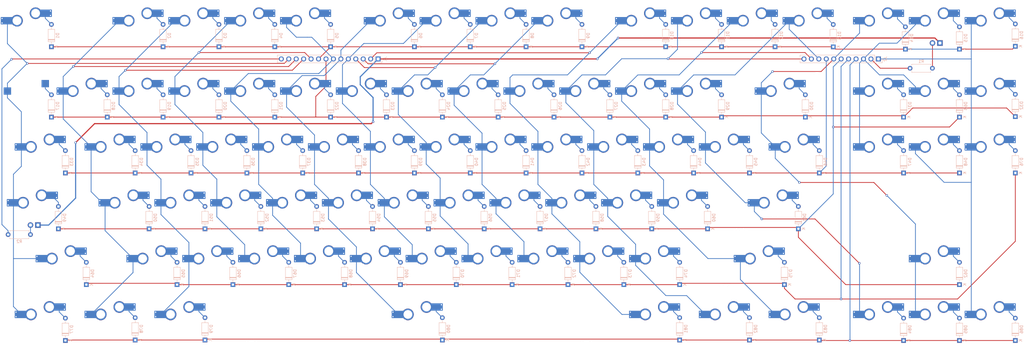
<source format=kicad_pcb>
(kicad_pcb (version 20211014) (generator pcbnew)
  (layers (0 "F.Cu" signal) (31 "B.Cu" signal) (34 "B.Paste" user) (35 "F.Paste" user) (36 "B.SilkS" user "B.Silkscreen") (37 "F.SilkS" user "F.Silkscreen") (38 "B.Mask" user) (39 "F.Mask" user) (44 "Edge.Cuts" user))
  (net 0 "")
  (net 1 "ROW0")
  (net 2 "Net-(D1-Pad2)")
  (net 3 "Net-(D2-Pad2)")
  (net 4 "Net-(D3-Pad2)")
  (net 5 "Net-(D4-Pad2)")
  (net 6 "Net-(D5-Pad2)")
  (net 7 "Net-(D6-Pad2)")
  (net 8 "Net-(D7-Pad2)")
  (net 9 "Net-(D8-Pad2)")
  (net 10 "Net-(D9-Pad2)")
  (net 11 "Net-(D10-Pad2)")
  (net 12 "Net-(D11-Pad2)")
  (net 13 "Net-(D12-Pad2)")
  (net 14 "Net-(D13-Pad2)")
  (net 15 "Net-(D14-Pad2)")
  (net 16 "Net-(D15-Pad2)")
  (net 17 "Net-(D16-Pad2)")
  (net 18 "ROW1")
  (net 19 "Net-(D17-Pad2)")
  (net 20 "Net-(D18-Pad2)")
  (net 21 "Net-(D19-Pad2)")
  (net 22 "Net-(D20-Pad2)")
  (net 23 "Net-(D21-Pad2)")
  (net 24 "Net-(D22-Pad2)")
  (net 25 "Net-(D23-Pad2)")
  (net 26 "Net-(D24-Pad2)")
  (net 27 "Net-(D25-Pad2)")
  (net 28 "Net-(D26-Pad2)")
  (net 29 "Net-(D27-Pad2)")
  (net 30 "Net-(D28-Pad2)")
  (net 31 "Net-(D29-Pad2)")
  (net 32 "Net-(D30-Pad2)")
  (net 33 "Net-(D31-Pad2)")
  (net 34 "Net-(D32-Pad2)")
  (net 35 "ROW2")
  (net 36 "Net-(D33-Pad2)")
  (net 37 "Net-(D34-Pad2)")
  (net 38 "Net-(D35-Pad2)")
  (net 39 "Net-(D36-Pad2)")
  (net 40 "Net-(D37-Pad2)")
  (net 41 "Net-(D38-Pad2)")
  (net 42 "Net-(D39-Pad2)")
  (net 43 "Net-(D40-Pad2)")
  (net 44 "Net-(D41-Pad2)")
  (net 45 "Net-(D42-Pad2)")
  (net 46 "Net-(D43-Pad2)")
  (net 47 "Net-(D44-Pad2)")
  (net 48 "Net-(D45-Pad2)")
  (net 49 "Net-(D46-Pad2)")
  (net 50 "Net-(D47-Pad2)")
  (net 51 "Net-(D48-Pad2)")
  (net 52 "ROW3")
  (net 53 "Net-(D49-Pad2)")
  (net 54 "Net-(D50-Pad2)")
  (net 55 "Net-(D51-Pad2)")
  (net 56 "Net-(D52-Pad2)")
  (net 57 "Net-(D53-Pad2)")
  (net 58 "Net-(D54-Pad2)")
  (net 59 "Net-(D55-Pad2)")
  (net 60 "Net-(D56-Pad2)")
  (net 61 "Net-(D57-Pad2)")
  (net 62 "Net-(D58-Pad2)")
  (net 63 "Net-(D59-Pad2)")
  (net 64 "Net-(D60-Pad2)")
  (net 65 "Net-(D61-Pad2)")
  (net 66 "Net-(D62-Pad2)")
  (net 67 "Net-(D63-Pad2)")
  (net 68 "ROW4")
  (net 69 "Net-(D64-Pad2)")
  (net 70 "Net-(D65-Pad2)")
  (net 71 "Net-(D66-Pad2)")
  (net 72 "Net-(D67-Pad2)")
  (net 73 "Net-(D68-Pad2)")
  (net 74 "Net-(D69-Pad2)")
  (net 75 "Net-(D70-Pad2)")
  (net 76 "Net-(D71-Pad2)")
  (net 77 "Net-(D72-Pad2)")
  (net 78 "Net-(D73-Pad2)")
  (net 79 "Net-(D74-Pad2)")
  (net 80 "Net-(D75-Pad2)")
  (net 81 "Net-(D76-Pad2)")
  (net 82 "ROW5")
  (net 83 "Net-(D77-Pad2)")
  (net 84 "Net-(D78-Pad2)")
  (net 85 "Net-(D79-Pad2)")
  (net 86 "Net-(D80-Pad2)")
  (net 87 "Net-(D81-Pad2)")
  (net 88 "Net-(D82-Pad2)")
  (net 89 "Net-(D83-Pad2)")
  (net 90 "Net-(D84-Pad2)")
  (net 91 "Net-(D85-Pad2)")
  (net 92 "Net-(D86-Pad2)")
  (net 93 "COL0")
  (net 94 "COL1")
  (net 95 "COL2")
  (net 96 "COL3")
  (net 97 "COL4")
  (net 98 "COL5")
  (net 99 "COL6")
  (net 100 "COL7")
  (net 101 "COL8")
  (net 102 "COL9")
  (net 103 "COL10")
  (net 104 "COL11")
  (net 105 "COL12")
  (net 106 "COL13")
  (net 107 "COL14")
  (net 108 "Net-(MX15-Pad3)")
  (net 109 "LED1")
  (net 110 "COL15")
  (net 111 "Net-(MX49-Pad3)")
  (net 112 "LED0")
  (net 113 "GND")
  (footprint "MX_Only:MXOnly-1.5U-Hotswap-Antishear" (layer "F.Cu") (at 50.8 153.9875)
    (fp_text reference "MX33")
    (fp_text value "MX-NoLED")
  )
  (footprint "MX_Only:MXOnly-1U-Hotswap-Antishear" (layer "F.Cu") (at 250.825 173.0375)
    (fp_text reference "MX59")
    (fp_text value "MX-NoLED")
  )
  (footprint "MX_Only:MXOnly-1.5U-Hotswap-Antishear" (layer "F.Cu") (at 260.35 211.1375)
    (fp_text reference "MX81")
    (fp_text value "MX-NoLED")
  )
  (footprint "MX_Only:MXOnly-1U-Hotswap-Antishear" (layer "F.Cu") (at 146.05 192.0875)
    (fp_text reference "MX68")
    (fp_text value "MX-NoLED")
  )
  (footprint "MX_Only:MXOnly-1U-Hotswap-Antishear" (layer "F.Cu") (at 336.7375 134.9375)
    (fp_text reference "MX31")
    (fp_text value "MX-NoLED")
  )
  (footprint "MX_Only:MXOnly-1U-Hotswap-Antishear" (layer "F.Cu") (at 203.2 192.0875)
    (fp_text reference "MX71")
    (fp_text value "MX-NoLED")
  )
  (footprint "MX_Only:MXOnly-1U-Hotswap-Antishear" (layer "F.Cu") (at 274.6375 110.9375)
    (fp_text reference "MX11")
    (fp_text value "MX-NoLED")
  )
  (footprint "MX_Only:MXOnly-1U-Hotswap-Antishear" (layer "F.Cu") (at 374.8375 153.9875)
    (fp_text reference "MX76")
    (fp_text value "MX-NoLED")
  )
  (footprint "MX_Only:MXOnly-1U-Hotswap-Antishear" (layer "F.Cu") (at 169.8625 110.9375)
    (fp_text reference "MX6")
    (fp_text value "MX-NoLED")
  )
  (footprint "MX_Only:MXOnly-2.25U-Hotswap-Antishear" (layer "F.Cu") (at 300.83125 173.0375)
    (fp_text reference "MX61")
    (fp_text value "MX-NoLED")
  )
  (footprint "MX_Only:MXOnly-1U-Hotswap-Antishear" (layer "F.Cu") (at 131.7625 153.9875)
    (fp_text reference "MX37")
    (fp_text value "MX-NoLED")
  )
  (footprint "MX_Only:MXOnly-1U-Hotswap-Antishear" (layer "F.Cu") (at 107.95 192.0875)
    (fp_text reference "MX66")
    (fp_text value "MX-NoLED")
  )
  (footprint "MX_Only:MXOnly-1U-Hotswap-Antishear" (layer "F.Cu") (at 222.25 192.0875)
    (fp_text reference "MX72")
    (fp_text value "MX-NoLED")
  )
  (footprint "MX_Only:MXOnly-1.5U-Hotswap-Antishear" (layer "F.Cu") (at 98.425 211.1375)
    (fp_text reference "MX79")
    (fp_text value "MX-NoLED")
  )
  (footprint "MX_Only:MXOnly-1U-Hotswap-Antishear" (layer "F.Cu") (at 217.4875 134.9375)
    (fp_text reference "MX26")
    (fp_text value "MX-NoLED")
  )
  (footprint "MX_Only:MXOnly-1U-Hotswap-Antishear" (layer "F.Cu") (at 141.2875 134.9375)
    (fp_text reference "MX22")
    (fp_text value "MX-NoLED")
  )
  (footprint "MX_Only:MXOnly-2.25U-Hotswap-Antishear" (layer "F.Cu") (at 57.94375 192.0875)
    (fp_text reference "MX64")
    (fp_text value "MX-NoLED")
  )
  (footprint "MX_Only:MXOnly-1U-Hotswap-Antishear" (layer "F.Cu") (at 255.5875 134.9375)
    (fp_text reference "MX28")
    (fp_text value "MX-NoLED")
  )
  (footprint "MX_Only:MXOnly-1U-Hotswap-Antishear" (layer "F.Cu") (at 236.5375 134.9375)
    (fp_text reference "MX27")
    (fp_text value "MX-NoLED")
  )
  (footprint "MX_Only:MXOnly-1U-Hotswap-Antishear" (layer "F.Cu") (at 274.6375 134.9375)
    (fp_text reference "MX29")
    (fp_text value "MX-NoLED")
  )
  (footprint "MX_Only:MXOnly-1U-Hotswap-Antishear" (layer "F.Cu") (at 88.9 192.0875)
    (fp_text reference "MX65")
    (fp_text value "MX-NoLED")
  )
  (footprint "MX_Only:MXOnly-1U-Hotswap-Antishear" (layer "F.Cu") (at 155.575 173.0375)
    (fp_text reference "MX54")
    (fp_text value "MX-NoLED")
  )
  (footprint "MX_Only:MXOnly-1U-Hotswap-Antishear" (layer "F.Cu") (at 227.0125 153.9875)
    (fp_text reference "MX42")
    (fp_text value "MX-NoLED")
  )
  (footprint "MX_Only:MXOnly-1U-Hotswap-Antishear" (layer "F.Cu") (at 374.8375 110.9375)
    (fp_text reference "MX16")
    (fp_text value "MX-NoLED")
  )
  (footprint "MX_Only:MXOnly-1U-Hotswap-Antishear" (layer "F.Cu") (at 141.2875 110.9375)
    (fp_text reference "MX5")
    (fp_text value "MX-NoLED")
  )
  (footprint "MX_Only:MXOnly-1U-Hotswap-Antishear" (layer "F.Cu") (at 179.3875 134.9375)
    (fp_text reference "MX24")
    (fp_text value "MX-NoLED")
  )
  (footprint "MX_Only:MXOnly-1U-Hotswap-Antishear" (layer "F.Cu") (at 193.675 173.0375)
    (fp_text reference "MX56")
    (fp_text value "MX-NoLED")
  )
  (footprint "MX_Only:MXOnly-1U-Hotswap-Antishear" (layer "F.Cu") (at 293.6875 110.9375)
    (fp_text reference "MX12")
    (fp_text value "MX-NoLED")
  )
  (footprint "MX_Only:MXOnly-2U-Hotswap-Antishear" (layer "F.Cu") (at 303.2125 134.9375)
    (fp_text reference "MX30")
    (fp_text value "MX-NoLED")
  )
  (footprint "MX_Only:MXOnly-1U-Hotswap-Antishear" (layer "F.Cu") (at 174.625 173.0375)
    (fp_text reference "MX55")
    (fp_text value "MX-NoLED")
  )
  (footprint "MX_Only:MXOnly-1U-Hotswap-Antishear" (layer "F.Cu") (at 241.3 192.0875)
    (fp_text reference "MX73")
    (fp_text value "MX-NoLED")
  )
  (footprint "MX_Only:MXOnly-1U-Hotswap-Antishear" (layer "F.Cu") (at 355.7875 153.9875)
    (fp_text reference "MX48")
    (fp_text value "MX-NoLED")
  )
  (footprint "MX_Only:MXOnly-1U-Hotswap-Antishear" (layer "F.Cu") (at 336.7375 110.9375)
    (fp_text reference "MX14")
    (fp_text value "MX-NoLED")
  )
  (footprint "MX_Only:MXOnly-1U-Hotswap-Antishear" (layer "F.Cu") (at 74.6125 153.9875)
    (fp_text reference "MX34")
    (fp_text value "MX-NoLED")
  )
  (footprint "MX_Only:MXOnly-1U-Hotswap-Antishear" (layer "F.Cu") (at 103.1875 134.9375)
    (fp_text reference "MX20")
    (fp_text value "MX-NoLED")
  )
  (footprint "MX_Only:MXOnly-1U-Hotswap-Antishear" (layer "F.Cu") (at 246.0625 153.9875)
    (fp_text reference "MX43")
    (fp_text value "MX-NoLED")
  )
  (footprint "MX_Only:MXOnly-1U-Hotswap-Antishear" (layer "F.Cu") (at 127 192.0875)
    (fp_text reference "MX67")
    (fp_text value "MX-NoLED")
  )
  (footprint "MX_Only:MXOnly-1U-Hotswap-Antishear" (layer "F.Cu") (at 184.15 192.0875)
    (fp_text reference "MX70")
    (fp_text value "MX-NoLED")
  )
  (footprint "MX_Only:MXOnly-1U-Hotswap-Antishear" (layer "F.Cu") (at 227.0125 110.9375)
    (fp_text reference "MX9")
    (fp_text value "MX-NoLED")
  )
  (footprint "MX_Only:MXOnly-1U-Hotswap-Antishear" (layer "F.Cu") (at 284.1625 153.9875)
    (fp_text reference "MX45")
    (fp_text value "MX-NoLED")
  )
  (footprint "MX_Only:MXOnly-1U-Hotswap-Antishear" (layer "F.Cu") (at 374.8375 134.9375)
    (fp_text reference "MX32")
    (fp_text value "MX-NoLED")
  )
  (footprint "MX_Only:MXOnly-1U-Hotswap-Antishear" (layer "F.Cu") (at 169.8625 153.9875)
    (fp_text reference "MX39")
    (fp_text value "MX-NoLED")
  )
  (footprint "MX_Only:MXOnly-1U-Hotswap-Antishear" (layer "F.Cu") (at 103.1875 110.9375)
    (fp_text reference "MX3")
    (fp_text value "MX-NoLED")
  )
  (footprint "MX_Only:MXOnly-1U-Hotswap-Antishear" (layer "F.Cu") (at 207.9625 153.9875)
    (fp_text reference "MX41")
    (fp_text value "MX-NoLED")
  )
  (footprint "MX_Only:MXOnly-1U-Hotswap-Antishear" (layer "F.Cu") (at 79.375 173.0375)
    (fp_text reference "MX50")
    (fp_text value "MX-NoLED")
  )
  (footprint "MX_Only:MXOnly-1U-Hotswap-Antishear" (layer "F.Cu") (at 84.1375 110.9375)
    (fp_text reference "MX2")
    (fp_text value "MX-NoLED")
  )
  (footprint "MX_Only:MXOnly-1.5U-Hotswap-Antishear" (layer "F.Cu") (at 307.975 153.9875)
    (fp_text reference "MX46")
    (fp_text value "MX-NoLED")
  )
  (footprint "MX_Only:MXOnly-1.5U-Hotswap-Antishear" (layer "F.Cu") (at 50.8 211.1375)
    (fp_text reference "MX77")
    (fp_text value "MX-NoLED")
  )
  (footprint "MX_Only:MXOnly-1U-Hotswap-Antishear" (layer "F.Cu") (at 84.1375 134.9375)
    (fp_text reference "MX19")
    (fp_text value "MX-NoLED")
  )
  (footprint "MX_Only:MXOnly-1U-Hotswap-Antishear" (layer "F.Cu") (at 74.6125 211.1375)
    (fp_text reference "MX78")
    (fp_text value "MX-NoLED")
  )
  (footprint "MX_Only:MXOnly-1U-Hotswap-Antishear-LED" (layer "F.Cu") (at 355.7875 110.9375)
    (fp_text reference "MX15")
    (fp_text value "MX-LED")
  )
  (footprint "MX_Only:MXOnly-1U-Hotswap-Antishear" (layer "F.Cu") (at 265.1125 153.9875)
    (fp_text reference "MX44")
    (fp_text value "MX-NoLED")
  )
  (footprint "MX_Only:MXOnly-2.75U-Hotswap-Antishear" (layer "F.Cu") (at 296.06875 192.0875)
    (fp_text reference "MX75")
    (fp_text value "MX-NoLED")
  )
  (footprint "MX_Only:MXOnly-1U-Hotswap-Antishear" (layer "F.Cu") (at 355.7875 211.1375)
    (fp_text reference "MX85")
    (fp_text value "MX-NoLED")
  )
  (footprint "MX_Only:MXOnly-1U-Hotswap-Antishear" (layer "F.Cu") (at 188.9125 110.9375)
    (fp_text reference "MX7")
    (fp_text value "MX-NoLED")
  )
  (footprint "MX_Only:MXOnly-1U-Hotswap-Antishear" (layer "F.Cu") (at 269.875 173.0375)
    (fp_text reference "MX60")
    (fp_text value "MX-NoLED")
  )
  (footprint "MX_Only:MXOnly-1U-Hotswap-Antishear" (layer "F.Cu") (at 188.9125 153.9875)
    (fp_text reference "MX40")
    (fp_text value "MX-NoLED")
  )
  (footprint "MX_Only:MXOnly-1U-Hotswap-Antishear" (layer "F.Cu") (at 336.7375 211.1375)
    (fp_text reference "MX84")
    (fp_text value "MX-NoLED")
  )
  (footprint "MX_Only:MXOnly-1U-Hotswap-Antishear" (layer "F.Cu") (at 122.2375 134.9375)
    (fp_text reference "MX21")
    (fp_text value "MX-NoLED")
  )
  (footprint "MX_Only:MXOnly-7U-Hotswap-Antishear" (layer "F.Cu") (at 179.3875 211.1375)
    (fp_text reference "MX80")
    (fp_text value "MX-NoLED")
  )
  (footprint "MX_Only:MXOnly-Caps-Hotswap-Antishear-LED" (layer "F.Cu") (at 53.18125 173.0375)
    (fp_text reference "MX49")
    (fp_text value "MX-LED")
  )
  (footprint "MX_Only:MXOnly-1U-Hotswap-Antishear" (layer "F.Cu") (at 122.2375 110.9375)
    (fp_text reference "MX4")
    (fp_text value "MX-NoLED")
  )
  (footprint "MX_Only:MXOnly-1U-Hotswap-Antishear" (layer "F.Cu") (at 46.0375 110.9375)
    (fp_text reference "MX1")
    (fp_text value "MX-NoLED")
  )
  (footprint "MX_Only:MXOnly-1U-Hotswap-Antishear" (layer "F.Cu") (at 160.3375 134.9375)
    (fp_text reference "MX23")
    (fp_text value "MX-NoLED")
  )
  (footprint "MX_Only:MXOnly-1U-Hotswap-Antishear" (layer "F.Cu") (at 312.7375 110.9375)
    (fp_text reference "MX13")
    (fp_text value "MX-NoLED")
  )
  (footprint "MX_Only:MXOnly-1U-Hotswap-Antishear" (layer "F.Cu") (at 150.8125 153.9875)
    (fp_text reference "MX38")
    (fp_text value "MX-NoLED")
  )
  (footprint "MX_Only:MXOnly-1U-Hotswap-Antishear" (layer "F.Cu") (at 355.7875 134.9375)
    (fp_text reference "MX63")
    (fp_text value "MX-NoLED")
  )
  (footprint "MX_Only:MXOnly-1.5U-Hotswap-Antishear" (layer "F.Cu") (at 307.975 211.1375)
    (fp_text reference "MX83")
    (fp_text value "MX-NoLED")
  )
  (footprint "MX_Only:MXOnly-1U-Hotswap" (layer "F.Cu") (at 46.0375 134.9375)
    (fp_text reference "MX17")
    (fp_text value "MX-NoLED")
  )
  (footprint "MX_Only:MXOnly-1U-Hotswap-Antishear" (layer "F.Cu") (at 207.9625 110.9375)
    (fp_text reference "MX8")
    (fp_text value "MX-NoLED")
  )
  (footprint "MX_Only:MXOnly-1U-Hotswap-Antishear" (layer "F.Cu") (at 336.7375 153.9875)
    (fp_text reference "MX47")
    (fp_text value "MX-NoLED")
  )
  (footprint "MX_Only:MXOnly-1U-Hotswap-Antishear" (layer "F.Cu") (at 212.725 173.0375)
    (fp_text reference "MX57")
    (fp_text value "MX-NoLED")
  )
  (footprint "MX_Only:MXOnly-1U-Hotswap-Antishear" (layer "F.Cu") (at 284.1625 211.1375)
    (fp_text reference "MX82")
    (fp_text value "MX-NoLED")
  )
  (footprint "MX_Only:MXOnly-1U-Hotswap-Antishear" (layer "F.Cu") (at 255.5875 110.9375)
    (fp_text reference "MX10")
    (fp_text value "MX-NoLED")
  )
  (footprint "MX_Only:MXOnly-1U-Hotswap-Antishear" (layer "F.Cu") (at 355.7875 192.0875)
    (fp_text reference "MX62")
    (fp_text value "MX-NoLED")
  )
  (footprint "MX_Only:MXOnly-1U-Hotswap-Antishear" (layer "F.Cu") (at 112.7125 153.9875)
    (fp_text reference "MX36")
    (fp_text value "MX-NoLED")
  )
  (footprint "MX_Only:MXOnly-1U-Hotswap-Antishear" (layer "F.Cu") (at 117.475 173.0375)
    (fp_text reference "MX52")
    (fp_text value "MX-NoLED")
  )
  (footprint "MX_Only:MXOnly-1U-Hotswap-Antishear" (layer "F.Cu") (at 198.4375 134.9375)
    (fp_text reference "MX25")
    (fp_text value "MX-NoLED")
  )
  (footprint "MX_Only:MXOnly-1U-Hotswap-Antishear" (layer "F.Cu") (at 93.6625 153.9875)
    (fp_text reference "MX35")
    (fp_text value "MX-NoLED")
  )
  (footprint "MX_Only:MXOnly-1U-Hotswap-Antishear" (layer "F.Cu") (at 165.1 192.0875)
    (fp_text reference "MX69")
    (fp_text value "MX-NoLED")
  )
  (footprint "MX_Only:MXOnly-1U-Hotswap-Antishear" (layer "F.Cu") (at 374.8375 211.1375)
    (fp_text reference "MX86")
    (fp_text value "MX-NoLED")
  )
  (footprint "MX_Only:MXOnly-1U-Hotswap-Antishear" (layer "F.Cu") (at 260.35 192.0875)
    (fp_text reference "MX74")
    (fp_text value "MX-NoLED")
  )
  (footprint "MX_Only:MXOnly-1U-Hotswap-Antishear" (layer "F.Cu") (at 65.0875 134.9375)
    (fp_text reference "MX18")
    (fp_text value "MX-NoLED")
  )
  (footprint "MX_Only:MXOnly-1U-Hotswap-Antishear" (layer "F.Cu") (at 231.775 173.0375)
    (fp_text reference "MX58")
    (fp_text value "MX-NoLED")
  )
  (footprint "MX_Only:MXOnly-1U-Hotswap-Antishear" (layer "F.Cu") (at 98.425 173.0375)
    (fp_text reference "MX51")
    (fp_text value "MX-NoLED")
  )
  (footprint "MX_Only:MXOnly-1U-Hotswap-Antishear" (layer "F.Cu") (at 136.525 173.0375)
    (fp_text reference "MX53")
    (fp_text value "MX-NoLED")
  )
  (footprint "Diode_THT:D_DO-35_SOD27_P7.62mm_Horizontal" (layer "B.Cu") (at 177.8 160.3375 90)
    (fp_text reference "D39")
    (fp_text value "D_Small")
  )
  (footprint "Diode_THT:D_DO-35_SOD27_P7.62mm_Horizontal" (layer "B.Cu") (at 120.65 160.3375 90)
    (fp_text reference "D36")
    (fp_text value "D_Small")
  )
  (footprint "Diode_THT:D_DO-35_SOD27_P7.62mm_Horizontal" (layer "B.Cu") (at 187.325 141.2875 90)
    (fp_text reference "D24")
    (fp_text value "D_Small")
  )
  (footprint "Diode_THT:D_DO-35_SOD27_P7.62mm_Horizontal" (layer "B.Cu") (at 249.2375 198.4375 90)
    (fp_text reference "D73")
    (fp_text value "D_Small")
  )
  (footprint "Diode_THT:D_DO-35_SOD27_P7.62mm_Horizontal" (layer "B.Cu") (at 215.9 160.3375 90)
    (fp_text reference "D41")
    (fp_text value "D_Small")
  )
  (footprint "Diode_THT:D_DO-35_SOD27_P7.62mm_Horizontal" (layer "B.Cu") (at 196.85 117.2875 90)
    (fp_text reference "D7")
    (fp_text value "D_Small")
  )
  (footprint "Diode_THT:D_DO-35_SOD27_P7.62mm_Horizontal" (layer "B.Cu") (at 263.525 141.2875 90)
    (fp_text reference "D28")
    (fp_text value "D_Small")
  )
  (footprint "Diode_THT:D_DO-35_SOD27_P7.62mm_Horizontal" (layer "B.Cu") (at 220.6625 179.3875 90)
    (fp_text reference "D57")
    (fp_text value "D_Small")
  )
  (footprint "Diode_THT:D_DO-35_SOD27_P7.62mm_Horizontal" (layer "B.Cu") (at 130.175 141.2875 90)
    (fp_text reference "D21")
    (fp_text value "D_Small")
  )
  (footprint "Diode_THT:D_DO-35_SOD27_P7.62mm_Horizontal" (layer "B.Cu") (at 304.00625 198.4375 90)
    (fp_text reference "D75")
    (fp_text value "D_Small")
  )
  (footprint "Diode_THT:D_DO-35_SOD27_P7.62mm_Horizontal" (layer "B.Cu") (at 230.1875 198.4375 90)
    (fp_text reference "D72")
    (fp_text value "D_Small")
  )
  (footprint "Diode_THT:D_DO-35_SOD27_P7.62mm_Horizontal" (layer "B.Cu") (at 139.7 160.3375 90)
    (fp_text reference "D37")
    (fp_text value "D_Small")
  )
  (footprint "Diode_THT:D_DO-35_SOD27_P7.62mm_Horizontal" (layer "B.Cu") (at 277.8125 179.3875 90)
    (fp_text reference "D60")
    (fp_text value "D_Small")
  )
  (footprint "Diode_THT:D_DO-35_SOD27_P7.62mm_Horizontal" (layer "B.Cu") (at 244.475 141.2875 90)
    (fp_text reference "D27")
    (fp_text value "D_Small")
  )
  (footprint "Diode_THT:D_DO-35_SOD27_P7.62mm_Horizontal" (layer "B.Cu") (at 58.7375 217.4875 90)
    (fp_text reference "D77")
    (fp_text value "D_Small")
  )
  (footprint "Diode_THT:D_DO-35_SOD27_P7.62mm_Horizontal" (layer "B.Cu") (at 149.225 117.2875 90)
    (fp_text reference "D5")
    (fp_text value "D_Small")
  )
  (footprint "Diode_THT:D_DO-35_SOD27_P7.62mm_Horizontal" (layer "B.Cu") (at 315.9125 160.3375 90)
    (fp_text reference "D46")
    (fp_text value "D_Small")
  )
  (footprint "Diode_THT:D_DO-35_SOD27_P7.62mm_Horizontal" (layer "B.Cu") (at 382.775 217.4875 90)
    (fp_text reference "D86")
    (fp_text value "D_Small")
  )
  (footprint "Diode_THT:D_DO-35_SOD27_P7.62mm_Horizontal" (layer "B.Cu") (at 65.88125 198.4375 90)
    (fp_text reference "D64")
    (fp_text value "D_Small")
  )
  (footprint "Diode_THT:D_DO-35_SOD27_P7.62mm_Horizontal" (layer "B.Cu") (at 273.05 160.3375 90)
    (fp_text reference "D44")
    (fp_text value "D_Small")
  )
  (footprint "Diode_THT:D_DO-35_SOD27_P7.62mm_Horizontal" (layer "B.Cu") (at 258.7625 179.3875 90)
    (fp_text reference "D59")
    (fp_text value "D_Small")
  )
  (footprint "Diode_THT:D_DO-35_SOD27_P7.62mm_Horizontal" (layer "B.Cu") (at 53.975 117.2875 90)
    (fp_text reference "D1")
    (fp_text value "D_Small")
  )
  (footprint "Diode_THT:D_DO-35_SOD27_P7.62mm_Horizontal" (layer "B.Cu") (at 311.15 141.2875 90)
    (fp_text reference "D30")
    (fp_text value "D_Small")
  )
  (footprint "Diode_THT:D_DO-35_SOD27_P7.62mm_Horizontal" (layer "B.Cu") (at 308.76875 179.3875 90)
    (fp_text reference "D61")
    (fp_text value "D_Small")
  )
  (footprint "Diode_THT:D_DO-35_SOD27_P7.62mm_Horizontal" (layer "B.Cu") (at 92.075 141.2875 90)
    (fp_text reference "D19")
    (fp_text value "D_Small")
  )
  (footprint "Diode_THT:D_DO-35_SOD27_P7.62mm_Horizontal" (layer "B.Cu") (at 206.375 141.2875 90)
    (fp_text reference "D25")
    (fp_text value "D_Small")
  )
  (footprint "Connector_PinHeader_2.54mm:PinHeader_1x11_P2.54mm_Vertical" (layer "B.Cu") (at 336.07375 121.44375 90)
    (fp_text reference "J2")
    (fp_text value "Conn_01x11_Female")
  )
  (footprint "Diode_THT:D_DO-35_SOD27_P7.62mm_Horizontal" (layer "B.Cu") (at 111.125 117.2875 90)
    (fp_text reference "D3")
    (fp_text value "D_Small")
  )
  (footprint "Diode_THT:D_DO-35_SOD27_P7.62mm_Horizontal" (layer "B.Cu") (at 56.35625 179.3875 90)
    (fp_text reference "D49")
    (fp_text value "D_Small")
  )
  (footprint "Diode_THT:D_DO-35_SOD27_P7.62mm_Horizontal" (layer "B.Cu") (at 268.2875 217.32875 90)
    (fp_text reference "D81")
    (fp_text value "D_Small")
  )
  (footprint "Diode_THT:D_DO-35_SOD27_P7.62mm_Horizontal" (layer "B.Cu") (at 345.28125 118.11 90)
    (fp_text reference "D14")
    (fp_text value "D_Small")
  )
  (footprint "Diode_THT:D_DO-35_SOD27_P7.62mm_Horizontal" (layer "B.Cu") (at 363.725 141.2875 90)
    (fp_text reference "D63")
    (fp_text value "D_Small")
  )
  (footprint "Diode_THT:D_DO-35_SOD27_P7.62mm_Horizontal" (layer "B.Cu") (at 82.55 217.32875 90)
    (fp_text reference "D78")
    (fp_text value "D_Small")
  )
  (footprint "Diode_THT:D_DO-35_SOD27_P7.62mm_Horizontal" (layer "B.Cu") (at 234.95 117.2875 90)
    (fp_text reference "D9")
    (fp_text value "D_Small")
  )
  (footprint "Diode_THT:D_DO-35_SOD27_P7.62mm_Horizontal" (layer "B.Cu") (at 106.3625 217.32875 90)
    (fp_text reference "D79")
    (fp_text value "D_Small")
  )
  (footprint "Diode_THT:D_DO-35_SOD27_P7.62mm_Horizontal" (layer "B.Cu") (at 300.83125 117.2875 90)
    (fp_text reference "D12")
    (fp_text value "D_Small")
  )
  (footprint "Diode_THT:D_DO-35_SOD27_P7.62mm_Horizontal" (layer "B.Cu") (at 254 160.3375 90)
    (fp_text reference "D43")
    (fp_text value "D_Small")
  )
  (footprint "Diode_THT:D_DO-35_SOD27_P7.62mm_Horizontal" (layer "B.Cu") (at 292.1 217.32875 90)
    (fp_text reference "D82")
    (fp_text value "D_Small")
  )
  (footprint "Diode_THT:D_DO-35_SOD27_P7.62mm_Horizontal" (layer "B.Cu") (at 363.725 160.3375 90)
    (fp_text reference "D48")
    (fp_text value "D_Small")
  )
  (footprint "Diode_THT:D_DO-35_SOD27_P7.62mm_Horizontal" (layer "B.Cu") (at 144.4625 179.3875 90)
    (fp_text reference "D53")
    (fp_text value "D_Small")
  )
  (footprint "Diode_THT:D_DO-35_SOD27_P7.62mm_Horizontal" (layer "B.Cu") (at 196.85 160.3375 90)
    (fp_text reference "D40")
    (fp_text value "D_Small")
  )
  (footprint "Diode_THT:D_DO-35_SOD27_P7.62mm_Horizontal" (layer "B.Cu") (at 344.675 141.2875 90)
    (fp_text reference "D31")
    (fp_text value "D_Small")
  )
  (footprint "Diode_THT:D_DO-35_SOD27_P7.62mm_Horizontal" (layer "B.Cu") (at 101.6 160.3375 90)
    (fp_text reference "D35")
    (fp_text value "D_Small")
  )
  (footprint "Diode_THT:D_DO-35_SOD27_P7.62mm_Horizontal" (layer "B.Cu") (at 292.1 160.3375 90)
    (fp_text reference "D45")
    (fp_text value "D_Small")
  )
  (footprint "Diode_THT:D_DO-35_SOD27_P7.62mm_Horizontal" (layer "B.Cu") (at 153.9875 198.4375 90)
    (fp_text reference "D68")
    (fp_text value "D_Small")
  )
  (footprint "Diode_THT:D_DO-35_SOD27_P7.62mm_Horizontal" (layer "B.Cu") (at 282.575 141.2875 90)
    (fp_text reference "D29")
    (fp_text value "D_Small")
  )
  (footprint "Diode_THT:D_DO-35_SOD27_P7.62mm_Horizontal" (layer "B.Cu") (at 163.5125 179.3875 90)
    (fp_text reference "D54")
    (fp_text value "D_Small")
  )
  (footprint "Diode_THT:D_DO-35_SOD27_P7.62mm_Horizontal" (layer "B.Cu") (at 96.8375 198.4375 90)
    (fp_text reference "D65")
    (fp_text value "D_Small")
  )
  (footprint "Diode_THT:D_DO-35_SOD27_P7.62mm_Horizontal" (layer "B.Cu") (at 58.7375 160.3375 90)
    (fp_text reference "D33")
    (fp_text value "D_Small")
  )
  (footprint "Diode_THT:D_DO-35_SOD27_P7.62mm_Horizontal" (layer "B.Cu") (at 106.3625 179.3875 90)
    (fp_text reference "D51")
    (fp_text value "D_Small")
  )
  (footprint "Diode_THT:D_DO-35_SOD27_P7.62mm_Horizontal" (layer "B.Cu") (at 192.0875 198.4375 90)
    (fp_text reference "D70")
    (fp_text value "D_Small")
  )
  (footprint "Diode_THT:D_DO-35_SOD27_P7.62mm_Horizontal" (layer "B.Cu") (at 282.575 117.2875 90)
    (fp_text reference "D11")
    (fp_text value "D_Small")
  )
  (footprint "Diode_THT:D_DO-35_SOD27_P7.62mm_Horizontal" (layer "B.Cu") (at 177.8 117.2875 90)
    (fp_text reference "D6")
    (fp_text value "D_Small")
  )
  (footprint "Diode_THT:D_DO-35_SOD27_P7.62mm_Horizontal" (layer "B.Cu") (at 173.0375 198.4375 90)
    (fp_text reference "D69")
    (fp_text value "D_Small")
  )
  (footprint "Diode_THT:D_DO-35_SOD27_P7.62mm_Horizontal" (layer "B.Cu") (at 125.4125 179.3875 90)
    (fp_text reference "D52")
    (fp_text value "D_Small")
  )
  (footprint "Diode_THT:D_DO-35_SOD27_P7.62mm_Horizontal" (layer "B.Cu") (at 134.9375 198.4375 90)
    (fp_text reference "D67")
    (fp_text value "D_Small")
  )
  (footprint "Diode_THT:D_DO-35_SOD27_P7.62mm_Horizontal" (layer "B.Cu") (at 382.775 141.12875 90)
    (fp_text reference "D32")
    (fp_text value "D_Small")
  )
  (footprint "Diode_THT:D_DO-35_SOD27_P7.62mm_Horizontal" (layer "B.Cu") (at 73.025 141.2875 90)
    (fp_text reference "D18")
    (fp_text value "D_Small")
  )
  (footprint "Diode_THT:D_DO-35_SOD27_P7.62mm_Horizontal" (layer "B.Cu") (at 82.55 160.3375 90)
    (fp_text reference "D34")
    (fp_text value "D_Small")
  )
  (footprint "Diode_THT:D_DO-35_SOD27_P7.62mm_Horizontal" (layer "B.Cu") (at 344.675 160.3375 90)
    (fp_text reference "D47")
    (fp_text value "D_Small")
  )
  (footprint "Diode_THT:D_DO-35_SOD27_P7.62mm_Horizontal" (layer "B.Cu") (at 363.725 198.4375 90)
    (fp_text reference "D62")
    (fp_text value "D_Small")
  )
  (footprint "Diode_THT:D_DO-35_SOD27_P7.62mm_Horizontal" (layer "B.Cu") (at 382.775 117.12875 90)
    (fp_text reference "D16")
    (fp_text value "D_Small")
  )
  (footprint "Diode_THT:D_DO-35_SOD27_P7.62mm_Horizontal" (layer "B.Cu") (at 363.725 217.4875 90)
    (fp_text reference "D85")
    (fp_text value "D_Small")
  )
  (footprint "Diode_THT:D_DO-35_SOD27_P7.62mm_Horizontal" (layer "B.Cu") (at 363.725 118.11 90)
    (fp_text reference "D15")
    (fp_text value "D_Small")
  )
  (footprint "Diode_THT:D_DO-35_SOD27_P7.62mm_Horizontal" (layer "B.Cu") (at 111.125 141.2875 90)
    (fp_text reference "D20")
    (fp_text value "D_Small")
  )
  (footprint "Diode_THT:D_DO-35_SOD27_P7.62mm_Horizontal" (layer "B.Cu") (at 315.9125 217.32875 90)
    (fp_text reference "D83")
    (fp_text value "D_Small")
  )
  (footprint "Diode_THT:D_DO-35_SOD27_P7.62mm_Horizontal" (layer "B.Cu") (at 263.525 117.2875 90)
    (fp_text reference "D10")
    (fp_text value "D_Small")
  )
  (footprint "Diode_THT:D_DO-35_SOD27_P7.62mm_Horizontal" (layer "B.Cu") (at 382.775 160.3375 90)
    (fp_text reference "D76")
    (fp_text value "D_Small")
  )
  (footprint "Diode_THT:D_DO-35_SOD27_P7.62mm_Horizontal" (layer "B.Cu") (at 87.3125 179.3875 90)
    (fp_text reference "D50")
    (fp_text value "D_Small")
  )
  (footprint "Resistor_THT:R_Axial_DIN0207_L6.3mm_D2.5mm_P7.62mm_Horizontal" (layer "B.Cu") (at 354.48875 124.61875 180)
    (fp_text reference "R1")
    (fp_text value "R_Small")
  )
  (footprint "Diode_THT:D_DO-35_SOD27_P7.62mm_Horizontal" (layer "B.Cu") (at 239.7125 179.3875 90)
    (fp_text reference "D58")
    (fp_text value "D_Small")
  )
  (footprint "Diode_THT:D_DO-35_SOD27_P7.62mm_Horizontal" (layer "B.Cu") (at 320.675 117.31625 90)
    (fp_text reference "D13")
    (fp_text value "D_Small")
  )
  (footprint "Diode_THT:D_DO-35_SOD27_P7.62mm_Horizontal" (layer "B.Cu") (at 187.325 217.32875 90)
    (fp_text reference "D80")
    (fp_text value "D_Small")
  )
  (footprint "Diode_THT:D_DO-35_SOD27_P7.62mm_Horizontal" (layer "B.Cu") (at 130.175 117.2875 90)
    (fp_text reference "D4")
    (fp_text value "D_Small")
  )
  (footprint "Diode_THT:D_DO-35_SOD27_P7.62mm_Horizontal" (layer "B.Cu") (at 215.9 117.2875 90)
    (fp_text reference "D8")
    (fp_text value "D_Small")
  )
  (footprint "Diode_THT:D_DO-35_SOD27_P7.62mm_Horizontal" (layer "B.Cu") (at 182.5625 179.3875 90)
    (fp_text reference "D55")
    (fp_text value "D_Small")
  )
  (footprint "Diode_THT:D_DO-35_SOD27_P7.62mm_Horizontal" (layer "B.Cu") (at 158.75 160.3375 90)
    (fp_text reference "D38")
    (fp_text value "D_Small")
  )
  (footprint "Connector_PinHeader_2.54mm:PinHeader_1x14_P2.54mm_Vertical" (layer "B.Cu") (at 165.4175 121.44375 90)
    (fp_text reference "J1")
    (fp_text value "Conn_01x14_Female")
  )
  (footprint "Diode_THT:D_DO-35_SOD27_P7.62mm_Horizontal" (layer "B.Cu") (at 201.6125 179.3875 90)
    (fp_text reference "D56")
    (fp_text value "D_Small")
  )
  (footprint "Diode_THT:D_DO-35_SOD27_P7.62mm_Horizontal" (layer "B.Cu") (at 234.95 160.3375 90)
    (fp_text reference "D42")
    (fp_text value "D_Small")
  )
  (footprint "Diode_THT:D_DO-35_SOD27_P7.62mm_Horizontal" (layer "B.Cu") (at 92.075 117.2875 90)
    (fp_text reference "D2")
    (fp_text value "D_Small")
  )
  (footprint "Diode_THT:D_DO-35_SOD27_P7.62mm_Horizontal" (layer "B.Cu") (at 268.2875 198.4375 90)
    (fp_text reference "D74")
    (fp_text value "D_Small")
  )
  (footprint "Diode_THT:D_DO-35_SOD27_P7.62mm_Horizontal" (layer "B.Cu") (at 344.675 217.4875 90)
    (fp_text reference "D84")
    (fp_text value "D_Small")
  )
  (footprint "Resistor_THT:R_Axial_DIN0207_L6.3mm_D2.5mm_P7.62mm_Horizontal" (layer "B.Cu") (at 39.21125 181.356)
    (fp_text reference "R2")
    (fp_text value "R_Small")
  )
  (footprint "Diode_THT:D_DO-35_SOD27_P7.62mm_Horizontal" (layer "B.Cu") (at 115.8875 198.4375 90)
    (fp_text reference "D66")
    (fp_text value "D_Small")
  )
  (footprint "Diode_THT:D_DO-35_SOD27_P7.62mm_Horizontal" (layer "B.Cu") (at 53.975 141.2875 90)
    (fp_text reference "D17")
    (fp_text value "D_Small")
  )
  (footprint "Diode_THT:D_DO-35_SOD27_P7.62mm_Horizontal" (layer "B.Cu") (at 149.225 141.2875 90)
    (fp_text reference "D22")
    (fp_text value "D_Small")
  )
  (footprint "Diode_THT:D_DO-35_SOD27_P7.62mm_Horizontal" (layer "B.Cu") (at 225.425 141.2875 90)
    (fp_text reference "D26")
    (fp_text value "D_Small")
  )
  (footprint "Diode_THT:D_DO-35_SOD27_P7.62mm_Horizontal" (layer "B.Cu") (at 211.1375 198.4375 90)
    (fp_text reference "D71")
    (fp_text value "D_Small")
  )
  (footprint "Diode_THT:D_DO-35_SOD27_P7.62mm_Horizontal" (layer "B.Cu") (at 168.275 141.2875 90)
    (fp_text reference "D23")
    (fp_text value "D_Small")
  )
  (segment (start 345.28125 118.11) (end 321.46875 118.11) (width 0.254) (layer "F.Cu") (net 1))
  (segment (start 263.525 117.2875) (end 320.675 117.2875) (width 0.254) (layer "F.Cu") (net 1))
  (segment (start 234.95 117.2875) (end 263.525 117.2875) (width 0.254) (layer "F.Cu") (net 1))
  (segment (start 363.725 118.11) (end 381.79375 118.11) (width 0.254) (layer "F.Cu") (net 1))
  (segment (start 149.225 117.2875) (end 177.8 117.2875) (width 0.254) (layer "F.Cu") (net 1))
  (segment (start 53.975 117.2875) (end 92.075 117.2875) (width 0.254) (layer "F.Cu") (net 1))
  (segment (start 381.79375 118.11) (end 382.775 117.12875) (width 0.254) (layer "F.Cu") (net 1))
  (segment (start 177.8 117.2875) (end 234.95 117.2875) (width 0.254) (layer "F.Cu") (net 1))
  (segment (start 149.225 117.31625) (end 149.225 117.2875) (width 0.254) (layer "F.Cu") (net 1))
  (segment (start 92.075 117.2875) (end 149.225 117.2875) (width 0.254) (layer "F.Cu") (net 1))
  (segment (start 145.0975 121.44375) (end 149.225 117.31625) (width 0.254) (layer "F.Cu") (net 1))
  (segment (start 321.46875 118.11) (end 320.675 117.31625) (width 0.254) (layer "F.Cu") (net 1))
  (segment (start 345.28125 118.11) (end 363.725 118.11) (width 0.254) (layer "B.Cu") (net 1))
  (segment (start 51.8795 105.8575) (end 51.8795 107.572) (width 0.254) (layer "B.Cu") (net 2))
  (segment (start 51.8795 107.572) (end 53.975 109.6675) (width 0.254) (layer "B.Cu") (net 2))
  (segment (start 89.9795 107.572) (end 92.075 109.6675) (width 0.254) (layer "B.Cu") (net 3))
  (segment (start 89.9795 105.8575) (end 89.9795 107.572) (width 0.254) (layer "B.Cu") (net 3))
  (segment (start 109.0295 107.572) (end 111.125 109.6675) (width 0.254) (layer "B.Cu") (net 4))
  (segment (start 109.0295 105.8575) (end 109.0295 107.572) (width 0.254) (layer "B.Cu") (net 4))
  (segment (start 128.0795 105.8575) (end 128.0795 107.572) (width 0.254) (layer "B.Cu") (net 5))
  (segment (start 128.0795 107.572) (end 130.175 109.6675) (width 0.254) (layer "B.Cu") (net 5))
  (segment (start 147.1295 105.8575) (end 147.1295 107.572) (width 0.254) (layer "B.Cu") (net 6))
  (segment (start 147.1295 107.572) (end 149.225 109.6675) (width 0.254) (layer "B.Cu") (net 6))
  (segment (start 175.7045 107.572) (end 177.8 109.6675) (width 0.254) (layer "B.Cu") (net 7))
  (segment (start 175.7045 105.8575) (end 175.7045 107.572) (width 0.254) (layer "B.Cu") (net 7))
  (segment (start 194.7545 107.572) (end 196.85 109.6675) (width 0.254) (layer "B.Cu") (net 8))
  (segment (start 194.7545 105.8575) (end 194.7545 107.572) (width 0.254) (layer "B.Cu") (net 8))
  (segment (start 213.8045 105.8575) (end 213.8045 107.572) (width 0.254) (layer "B.Cu") (net 9))
  (segment (start 213.8045 107.572) (end 215.9 109.6675) (width 0.254) (layer "B.Cu") (net 9))
  (segment (start 232.8545 105.8575) (end 232.8545 107.572) (width 0.254) (layer "B.Cu") (net 10))
  (segment (start 232.8545 107.572) (end 234.95 109.6675) (width 0.254) (layer "B.Cu") (net 10))
  (segment (start 261.4295 105.8575) (end 261.4295 107.572) (width 0.254) (layer "B.Cu") (net 11))
  (segment (start 261.4295 107.572) (end 263.525 109.6675) (width 0.254) (layer "B.Cu") (net 11))
  (segment (start 280.4795 107.572) (end 282.575 109.6675) (width 0.254) (layer "B.Cu") (net 12))
  (segment (start 280.4795 105.8575) (end 280.4795 107.572) (width 0.254) (layer "B.Cu") (net 12))
  (segment (start 299.5295 105.8575) (end 299.5295 108.36575) (width 0.254) (layer "B.Cu") (net 13))
  (segment (start 299.5295 108.36575) (end 300.83125 109.6675) (width 0.254) (layer "B.Cu") (net 13))
  (segment (start 318.5795 105.8575) (end 318.5795 107.60075) (width 0.254) (layer "B.Cu") (net 14))
  (segment (start 318.5795 107.60075) (end 320.675 109.69625) (width 0.254) (layer "B.Cu") (net 14))
  (segment (start 342.5795 105.8575) (end 342.5795 107.78825) (width 0.254) (layer "B.Cu") (net 15))
  (segment (start 342.5795 107.78825) (end 345.28125 110.49) (width 0.254) (layer "B.Cu") (net 15))
  (segment (start 361.6295 105.8575) (end 361.6295 108.3945) (width 0.254) (layer "B.Cu") (net 16))
  (segment (start 361.6295 108.3945) (end 363.725 110.49) (width 0.254) (layer "B.Cu") (net 16))
  (segment (start 380.6795 107.41325) (end 382.775 109.50875) (width 0.254) (layer "B.Cu") (net 17))
  (segment (start 380.6795 105.8575) (end 380.6795 107.41325) (width 0.254) (layer "B.Cu") (net 17))
  (segment (start 382.775 141.12875) (end 379.82225 138.176) (width 0.254) (layer "F.Cu") (net 18))
  (segment (start 379.82225 138.176) (end 347.7865 138.176) (width 0.254) (layer "F.Cu") (net 18))
  (segment (start 344.209579 140.822079) (end 311.615421 140.822079) (width 0.254) (layer "F.Cu") (net 18))
  (segment (start 53.975 141.2875) (end 130.175 141.2875) (width 0.254) (layer "F.Cu") (net 18))
  (segment (start 168.275 141.2875) (end 282.575 141.2875) (width 0.254) (layer "F.Cu") (net 18))
  (segment (start 283.040421 140.822079) (end 310.684579 140.822079) (width 0.254) (layer "F.Cu") (net 18))
  (segment (start 144.145 141.224) (end 144.2085 141.2875) (width 0.254) (layer "F.Cu") (net 18))
  (segment (start 147.6375 121.44375) (end 147.6375 130.7465) (width 0.254) (layer "F.Cu") (net 18))
  (segment (start 130.175 141.2875) (end 144.2085 141.2875) (width 0.254) (layer "F.Cu") (net 18))
  (segment (start 144.145 134.239) (end 144.145 141.224) (width 0.254) (layer "F.Cu") (net 18))
  (segment (start 347.7865 138.176) (end 344.675 141.2875) (width 0.254) (layer "F.Cu") (net 18))
  (segment (start 311.615421 140.822079) (end 311.15 141.2875) (width 0.254) (layer "F.Cu") (net 18))
  (segment (start 144.2085 141.2875) (end 168.275 141.2875) (width 0.254) (layer "F.Cu") (net 18))
  (segment (start 147.6375 130.7465) (end 144.145 134.239) (width 0.254) (layer "F.Cu") (net 18))
  (segment (start 310.684579 140.822079) (end 311.15 141.2875) (width 0.254) (layer "F.Cu") (net 18))
  (segment (start 344.675 141.2875) (end 344.209579 140.822079) (width 0.254) (layer "F.Cu") (net 18))
  (segment (start 282.575 141.2875) (end 283.040421 140.822079) (width 0.254) (layer "F.Cu") (net 18))
  (segment (start 51.8795 131.572) (end 53.975 133.6675) (width 0.254) (layer "B.Cu") (net 19))
  (segment (start 51.8795 129.8575) (end 51.8795 131.572) (width 0.254) (layer "B.Cu") (net 19))
  (segment (start 70.9295 131.572) (end 73.025 133.6675) (width 0.254) (layer "B.Cu") (net 20))
  (segment (start 70.9295 129.8575) (end 70.9295 131.572) (width 0.254) (layer "B.Cu") (net 20))
  (segment (start 89.9795 131.572) (end 92.075 133.6675) (width 0.254) (layer "B.Cu") (net 21))
  (segment (start 89.9795 129.8575) (end 89.9795 131.572) (width 0.254) (layer "B.Cu") (net 21))
  (segment (start 109.0295 129.8575) (end 109.0295 131.572) (width 0.254) (layer "B.Cu") (net 22))
  (segment (start 109.0295 131.572) (end 111.125 133.6675) (width 0.254) (layer "B.Cu") (net 22))
  (segment (start 128.0795 131.572) (end 130.175 133.6675) (width 0.254) (layer "B.Cu") (net 23))
  (segment (start 128.0795 129.8575) (end 128.0795 131.572) (width 0.254) (layer "B.Cu") (net 23))
  (segment (start 147.1295 131.572) (end 149.225 133.6675) (width 0.254) (layer "B.Cu") (net 24))
  (segment (start 147.1295 129.8575) (end 147.1295 131.572) (width 0.254) (layer "B.Cu") (net 24))
  (segment (start 166.1795 129.8575) (end 166.1795 131.572) (width 0.254) (layer "B.Cu") (net 25))
  (segment (start 166.1795 131.572) (end 168.275 133.6675) (width 0.254) (layer "B.Cu") (net 25))
  (segment (start 185.2295 131.572) (end 187.325 133.6675) (width 0.254) (layer "B.Cu") (net 26))
  (segment (start 185.2295 129.8575) (end 185.2295 131.572) (width 0.254) (layer "B.Cu") (net 26))
  (segment (start 204.2795 131.572) (end 206.375 133.6675) (width 0.254) (layer "B.Cu") (net 27))
  (segment (start 204.2795 129.8575) (end 204.2795 131.572) (width 0.254) (layer "B.Cu") (net 27))
  (segment (start 223.3295 129.8575) (end 223.3295 131.572) (width 0.254) (layer "B.Cu") (net 28))
  (segment (start 223.3295 131.572) (end 225.425 133.6675) (width 0.254) (layer "B.Cu") (net 28))
  (segment (start 242.3795 129.8575) (end 242.3795 131.572) (width 0.254) (layer "B.Cu") (net 29))
  (segment (start 242.3795 131.572) (end 244.475 133.6675) (width 0.254) (layer "B.Cu") (net 29))
  (segment (start 261.4295 131.572) (end 263.525 133.6675) (width 0.254) (layer "B.Cu") (net 30))
  (segment (start 261.4295 129.8575) (end 261.4295 131.572) (width 0.254) (layer "B.Cu") (net 30))
  (segment (start 280.4795 129.8575) (end 280.4795 131.572) (width 0.254) (layer "B.Cu") (net 31))
  (segment (start 280.4795 131.572) (end 282.575 133.6675) (width 0.254) (layer "B.Cu") (net 31))
  (segment (start 309.0545 129.8575) (end 309.0545 131.572) (width 0.254) (layer "B.Cu") (net 32))
  (segment (start 309.0545 131.572) (end 311.15 133.6675) (width 0.254) (layer "B.Cu") (net 32))
  (segment (start 342.5795 129.8575) (end 342.5795 131.572) (width 0.254) (layer "B.Cu") (net 33))
  (segment (start 342.5795 131.572) (end 344.675 133.6675) (width 0.254) (layer "B.Cu") (net 33))
  (segment (start 380.6795 129.8575) (end 380.6795 131.41325) (width 0.254) (layer "B.Cu") (net 34))
  (segment (start 380.6795 131.41325) (end 382.775 133.50875) (width 0.254) (layer "B.Cu") (net 34))
  (segment (start 58.7375 160.3375) (end 292.1 160.3375) (width 0.254) (layer "F.Cu") (net 35))
  (segment (start 292.1 160.3375) (end 315.9125 160.3375) (width 0.254) (layer "F.Cu") (net 35))
  (segment (start 315.9125 160.3375) (end 318.3255 160.3375) (width 0.254) (layer "F.Cu") (net 35))
  (segment (start 318.3255 160.3375) (end 344.675 160.3375) (width 0.254) (layer "F.Cu") (net 35))
  (segment (start 344.675 160.3375) (end 363.725 160.3375) (width 0.254) (layer "F.Cu") (net 35))
  (segment (start 318.29375 157.95625) (end 318.29375 121.44375) (width 0.254) (layer "B.Cu") (net 35))
  (segment (start 315.9125 160.3375) (end 318.29375 157.95625) (width 0.254) (layer "B.Cu") (net 35))
  (segment (start 56.642 150.622) (end 58.7375 152.7175) (width 0.254) (layer "B.Cu") (net 36))
  (segment (start 56.642 148.9075) (end 56.642 150.622) (width 0.254) (layer "B.Cu") (net 36))
  (segment (start 80.4545 148.9075) (end 80.4545 150.622) (width 0.254) (layer "B.Cu") (net 37))
  (segment (start 80.4545 150.622) (end 82.55 152.7175) (width 0.254) (layer "B.Cu") (net 37))
  (segment (start 99.5045 148.9075) (end 99.5045 150.622) (width 0.254) (layer "B.Cu") (net 38))
  (segment (start 99.5045 150.622) (end 101.6 152.7175) (width 0.254) (layer "B.Cu") (net 38))
  (segment (start 118.5545 150.622) (end 120.65 152.7175) (width 0.254) (layer "B.Cu") (net 39))
  (segment (start 118.5545 148.9075) (end 118.5545 150.622) (width 0.254) (layer "B.Cu") (net 39))
  (segment (start 137.6045 148.9075) (end 137.6045 150.622) (width 0.254) (layer "B.Cu") (net 40))
  (segment (start 137.6045 150.622) (end 139.7 152.7175) (width 0.254) (layer "B.Cu") (net 40))
  (segment (start 156.6545 148.9075) (end 156.6545 150.622) (width 0.254) (layer "B.Cu") (net 41))
  (segment (start 156.6545 150.622) (end 158.75 152.7175) (width 0.254) (layer "B.Cu") (net 41))
  (segment (start 175.7045 148.9075) (end 175.7045 150.622) (width 0.254) (layer "B.Cu") (net 42))
  (segment (start 175.7045 150.622) (end 177.8 152.7175) (width 0.254) (layer "B.Cu") (net 42))
  (segment (start 194.7545 148.9075) (end 194.7545 150.622) (width 0.254) (layer "B.Cu") (net 43))
  (segment (start 194.7545 150.622) (end 196.85 152.7175) (width 0.254) (layer "B.Cu") (net 43))
  (segment (start 213.8045 150.622) (end 215.9 152.7175) (width 0.254) (layer "B.Cu") (net 44))
  (segment (start 213.8045 148.9075) (end 213.8045 150.622) (width 0.254) (layer "B.Cu") (net 44))
  (segment (start 232.8545 148.9075) (end 232.8545 150.622) (width 0.254) (layer "B.Cu") (net 45))
  (segment (start 232.8545 150.622) (end 234.95 152.7175) (width 0.254) (layer "B.Cu") (net 45))
  (segment (start 251.9045 148.9075) (end 251.9045 150.622) (width 0.254) (layer "B.Cu") (net 46))
  (segment (start 251.9045 150.622) (end 254 152.7175) (width 0.254) (layer "B.Cu") (net 46))
  (segment (start 270.9545 148.9075) (end 270.9545 150.622) (width 0.254) (layer "B.Cu") (net 47))
  (segment (start 270.9545 150.622) (end 273.05 152.7175) (width 0.254) (layer "B.Cu") (net 47))
  (segment (start 290.0045 148.9075) (end 290.0045 150.622) (width 0.254) (layer "B.Cu") (net 48))
  (segment (start 290.0045 150.622) (end 292.1 152.7175) (width 0.254) (layer "B.Cu") (net 48))
  (segment (start 313.817 150.622) (end 315.9125 152.7175) (width 0.254) (layer "B.Cu") (net 49))
  (segment (start 313.817 148.9075) (end 313.817 150.622) (width 0.254) (layer "B.Cu") (net 49))
  (segment (start 342.5795 150.622) (end 344.675 152.7175) (width 0.254) (layer "B.Cu") (net 50))
  (segment (start 342.5795 148.9075) (end 342.5795 150.622) (width 0.254) (layer "B.Cu") (net 50))
  (segment (start 361.6295 148.9075) (end 361.6295 150.622) (width 0.254) (layer "B.Cu") (net 51))
  (segment (start 361.6295 150.622) (end 363.725 152.7175) (width 0.254) (layer "B.Cu") (net 51))
  (segment (start 308.76875 179.3875) (end 308.303329 178.922079) (width 0.254) (layer "F.Cu") (net 52))
  (segment (start 363.725 198.4375) (end 324.9295 198.4375) (width 0.254) (layer "F.Cu") (net 52))
  (segment (start 308.76875 182.27675) (end 308.76875 179.3875) (width 0.254) (layer "F.Cu") (net 52))
  (segment (start 360.3595 144.653) (end 320.675 144.653) (width 0.254) (layer "F.Cu") (net 52))
  (segment (start 324.9295 198.4375) (end 308.76875 182.27675) (width 0.254) (layer "F.Cu") (net 52))
  (segment (start 308.303329 178.922079) (end 278.277921 178.922079) (width 0.254) (layer "F.Cu") (net 52))
  (segment (start 363.725 141.2875) (end 360.3595 144.653) (width 0.254) (layer "F.Cu") (net 52))
  (segment (start 278.277921 178.922079) (end 277.8125 179.3875) (width 0.254) (layer "F.Cu") (net 52))
  (segment (start 277.8125 179.3875) (end 56.35625 179.3875) (width 0.254) (layer "F.Cu") (net 52))
  (via (at 320.675 144.653) (size 0.8) (drill 0.4) (layers "F.Cu" "B.Cu") (net 52))
  (segment (start 320.675 144.653) (end 320.675 167.48125) (width 0.254) (layer "B.Cu") (net 52))
  (segment (start 320.675 124.1425) (end 323.37375 121.44375) (width 0.254) (layer "B.Cu") (net 52))
  (segment (start 320.675 167.48125) (end 308.76875 179.3875) (width 0.254) (layer "B.Cu") (net 52))
  (segment (start 320.675 144.653) (end 320.675 124.1425) (width 0.254) (layer "B.Cu") (net 52))
  (segment (start 53.94325 167.9575) (end 56.35625 170.3705) (width 0.254) (layer "B.Cu") (net 53))
  (segment (start 56.35625 170.3705) (end 56.35625 171.7675) (width 0.254) (layer "B.Cu") (net 53))
  (segment (start 85.217 169.672) (end 87.3125 171.7675) (width 0.254) (layer "B.Cu") (net 54))
  (segment (start 85.217 167.9575) (end 85.217 169.672) (width 0.254) (layer "B.Cu") (net 54))
  (segment (start 104.267 167.9575) (end 104.267 169.672) (width 0.254) (layer "B.Cu") (net 55))
  (segment (start 104.267 169.672) (end 106.3625 171.7675) (width 0.254) (layer "B.Cu") (net 55))
  (segment (start 123.317 167.9575) (end 123.317 169.672) (width 0.254) (layer "B.Cu") (net 56))
  (segment (start 123.317 169.672) (end 125.4125 171.7675) (width 0.254) (layer "B.Cu") (net 56))
  (segment (start 142.367 169.672) (end 144.4625 171.7675) (width 0.254) (layer "B.Cu") (net 57))
  (segment (start 142.367 167.9575) (end 142.367 169.672) (width 0.254) (layer "B.Cu") (net 57))
  (segment (start 161.417 169.672) (end 163.5125 171.7675) (width 0.254) (layer "B.Cu") (net 58))
  (segment (start 161.417 167.9575) (end 161.417 169.672) (width 0.254) (layer "B.Cu") (net 58))
  (segment (start 180.467 167.9575) (end 180.467 169.672) (width 0.254) (layer "B.Cu") (net 59))
  (segment (start 180.467 169.672) (end 182.5625 171.7675) (width 0.254) (layer "B.Cu") (net 59))
  (segment (start 199.517 169.672) (end 201.6125 171.7675) (width 0.254) (layer "B.Cu") (net 60))
  (segment (start 199.517 167.9575) (end 199.517 169.672) (width 0.254) (layer "B.Cu") (net 60))
  (segment (start 218.567 169.672) (end 220.6625 171.7675) (width 0.254) (layer "B.Cu") (net 61))
  (segment (start 218.567 167.9575) (end 218.567 169.672) (width 0.254) (layer "B.Cu") (net 61))
  (segment (start 237.617 167.9575) (end 237.617 169.672) (width 0.254) (layer "B.Cu") (net 62))
  (segment (start 237.617 169.672) (end 239.7125 171.7675) (width 0.254) (layer "B.Cu") (net 62))
  (segment (start 256.667 167.9575) (end 256.667 169.672) (width 0.254) (layer "B.Cu") (net 63))
  (segment (start 256.667 169.672) (end 258.7625 171.7675) (width 0.254) (layer "B.Cu") (net 63))
  (segment (start 275.717 169.672) (end 277.8125 171.7675) (width 0.254) (layer "B.Cu") (net 64))
  (segment (start 275.717 167.9575) (end 275.717 169.672) (width 0.254) (layer "B.Cu") (net 64))
  (segment (start 306.67325 169.672) (end 308.76875 171.7675) (width 0.254) (layer "B.Cu") (net 65))
  (segment (start 306.67325 167.9575) (end 306.67325 169.672) (width 0.254) (layer "B.Cu") (net 65))
  (segment (start 361.6295 187.0075) (end 361.6295 188.722) (width 0.254) (layer "B.Cu") (net 66))
  (segment (start 361.6295 188.722) (end 363.725 190.8175) (width 0.254) (layer "B.Cu") (net 66))
  (segment (start 361.6295 131.572) (end 363.725 133.6675) (width 0.254) (layer "B.Cu") (net 67))
  (segment (start 361.6295 129.8575) (end 361.6295 131.572) (width 0.254) (layer "B.Cu") (net 67))
  (segment (start 303.540829 197.972079) (end 304.00625 198.4375) (width 0.254) (layer "F.Cu") (net 68))
  (segment (start 66.346671 197.972079) (end 96.372079 197.972079) (width 0.254) (layer "F.Cu") (net 68))
  (segment (start 323.342 203.327) (end 307.638967 203.327) (width 0.254) (layer "F.Cu") (net 68))
  (segment (start 307.638967 203.327) (end 304.00625 199.694283) (width 0.254) (layer "F.Cu") (net 68))
  (segment (start 382.775 183.645) (end 363.093 203.327) (width 0.254) (layer "F.Cu") (net 68))
  (segment (start 363.093 203.327) (end 323.342 203.327) (width 0.254) (layer "F.Cu") (net 68))
  (segment (start 304.00625 199.694283) (end 304.00625 198.4375) (width 0.254) (layer "F.Cu") (net 68))
  (segment (start 96.372079 197.972079) (end 96.8375 198.4375) (width 0.254) (layer "F.Cu") (net 68))
  (segment (start 268.2875 198.4375) (end 268.752921 197.972079) (width 0.254) (layer "F.Cu") (net 68))
  (segment (start 268.752921 197.972079) (end 303.540829 197.972079) (width 0.254) (layer "F.Cu") (net 68))
  (segment (start 96.8375 198.4375) (end 268.2875 198.4375) (width 0.254) (layer "F.Cu") (net 68))
  (segment (start 382.775 160.3375) (end 382.775 183.645) (width 0.254) (layer "F.Cu") (net 68))
  (segment (start 65.88125 198.4375) (end 66.346671 197.972079) (width 0.254) (layer "F.Cu") (net 68))
  (via (at 323.342 203.327) (size 0.8) (drill 0.4) (layers "F.Cu" "B.Cu") (net 68))
  (segment (start 323.342 124.0155) (end 323.342 203.327) (width 0.254) (layer "B.Cu") (net 68))
  (segment (start 325.91375 121.44375) (end 323.342 124.0155) (width 0.254) (layer "B.Cu") (net 68))
  (segment (start 63.78575 187.0075) (end 63.78575 188.722) (width 0.254) (layer "B.Cu") (net 69))
  (segment (start 63.78575 188.722) (end 65.88125 190.8175) (width 0.254) (layer "B.Cu") (net 69))
  (segment (start 94.742 188.722) (end 96.8375 190.8175) (width 0.254) (layer "B.Cu") (net 70))
  (segment (start 94.742 187.0075) (end 94.742 188.722) (width 0.254) (layer "B.Cu") (net 70))
  (segment (start 113.792 187.0075) (end 113.792 188.722) (width 0.254) (layer "B.Cu") (net 71))
  (segment (start 113.792 188.722) (end 115.8875 190.8175) (width 0.254) (layer "B.Cu") (net 71))
  (segment (start 132.842 187.0075) (end 132.842 188.722) (width 0.254) (layer "B.Cu") (net 72))
  (segment (start 132.842 188.722) (end 134.9375 190.8175) (width 0.254) (layer "B.Cu") (net 72))
  (segment (start 151.892 188.722) (end 153.9875 190.8175) (width 0.254) (layer "B.Cu") (net 73))
  (segment (start 151.892 187.0075) (end 151.892 188.722) (width 0.254) (layer "B.Cu") (net 73))
  (segment (start 170.942 187.0075) (end 170.942 188.722) (width 0.254) (layer "B.Cu") (net 74))
  (segment (start 170.942 188.722) (end 173.0375 190.8175) (width 0.254) (layer "B.Cu") (net 74))
  (segment (start 189.992 188.722) (end 192.0875 190.8175) (width 0.254) (layer "B.Cu") (net 75))
  (segment (start 189.992 187.0075) (end 189.992 188.722) (width 0.254) (layer "B.Cu") (net 75))
  (segment (start 209.042 188.722) (end 211.1375 190.8175) (width 0.254) (layer "B.Cu") (net 76))
  (segment (start 209.042 187.0075) (end 209.042 188.722) (width 0.254) (layer "B.Cu") (net 76))
  (segment (start 228.092 188.722) (end 230.1875 190.8175) (width 0.254) (layer "B.Cu") (net 77))
  (segment (start 228.092 187.0075) (end 228.092 188.722) (width 0.254) (layer "B.Cu") (net 77))
  (segment (start 247.142 188.722) (end 249.2375 190.8175) (width 0.254) (layer "B.Cu") (net 78))
  (segment (start 247.142 187.0075) (end 247.142 188.722) (width 0.254) (layer "B.Cu") (net 78))
  (segment (start 266.192 188.722) (end 268.2875 190.8175) (width 0.254) (layer "B.Cu") (net 79))
  (segment (start 266.192 187.0075) (end 266.192 188.722) (width 0.254) (layer "B.Cu") (net 79))
  (segment (start 301.91075 187.0075) (end 301.91075 188.722) (width 0.254) (layer "B.Cu") (net 80))
  (segment (start 301.91075 188.722) (end 304.00625 190.8175) (width 0.254) (layer "B.Cu") (net 80))
  (segment (start 380.6795 148.9075) (end 380.6795 150.622) (width 0.254) (layer "B.Cu") (net 81))
  (segment (start 380.6795 150.622) (end 382.775 152.7175) (width 0.254) (layer "B.Cu") (net 81))
  (segment (start 315.9125 217.32875) (end 268.2875 217.32875) (width 0.254) (layer "F.Cu") (net 82))
  (segment (start 58.89625 217.32875) (end 58.7375 217.4875) (width 0.254) (layer "F.Cu") (net 82))
  (segment (start 267.980829 217.022079) (end 187.631671 217.022079) (width 0.254) (layer "F.Cu") (net 82))
  (segment (start 187.631671 217.022079) (end 187.325 217.32875) (width 0.254) (layer "F.Cu") (net 82))
  (segment (start 187.325 217.32875) (end 187.018329 217.022079) (width 0.254) (layer "F.Cu") (net 82))
  (segment (start 106.669171 217.022079) (end 106.3625 217.32875) (width 0.254) (layer "F.Cu") (net 82))
  (segment (start 187.018329 217.022079) (end 106.669171 217.022079) (width 0.254) (layer "F.Cu") (net 82))
  (segment (start 268.2875 217.32875) (end 267.980829 217.022079) (width 0.254) (layer "F.Cu") (net 82))
  (segment (start 106.3625 217.32875) (end 58.89625 217.32875) (width 0.254) (layer "F.Cu") (net 82))
  (segment (start 344.675 217.4875) (end 326.3265 217.4875) (width 0.254) (layer "F.Cu") (net 82))
  (segment (start 326.3265 217.4875) (end 316.07125 217.4875) (width 0.254) (layer "F.Cu") (net 82))
  (segment (start 316.07125 217.4875) (end 315.9125 217.32875) (width 0.254) (layer "F.Cu") (net 82))
  (segment (start 382.775 217.4875) (end 344.675 217.4875) (width 0.254) (layer "F.Cu") (net 82))
  (via (at 326.3265 217.4875) (size 0.8) (drill 0.4) (layers "F.Cu" "B.Cu") (net 82))
  (segment (start 326.3265 217.4875) (end 326.39 217.424) (width 0.254) (layer "B.Cu") (net 82))
  (segment (start 326.39 217.424) (end 326.39 123.5075) (width 0.254) (layer "B.Cu") (net 82))
  (segment (start 326.39 123.5075) (end 328.45375 121.44375) (width 0.254) (layer "B.Cu") (net 82))
  (segment (start 56.642 207.772) (end 58.7375 209.8675) (width 0.254) (layer "B.Cu") (net 83))
  (segment (start 56.642 206.0575) (end 56.642 207.772) (width 0.254) (layer "B.Cu") (net 83))
  (segment (start 80.4545 206.0575) (end 80.4545 207.61325) (width 0.254) (layer "B.Cu") (net 84))
  (segment (start 80.4545 207.61325) (end 82.55 209.70875) (width 0.254) (layer "B.Cu") (net 84))
  (segment (start 104.267 207.61325) (end 106.3625 209.70875) (width 0.254) (layer "B.Cu") (net 85))
  (segment (start 104.267 206.0575) (end 104.267 207.61325) (width 0.254) (layer "B.Cu") (net 85))
  (segment (start 185.2295 207.61325) (end 187.325 209.70875) (width 0.254) (layer "B.Cu") (net 86))
  (segment (start 185.2295 206.0575) (end 185.2295 207.61325) (width 0.254) (layer "B.Cu") (net 86))
  (segment (start 266.192 207.61325) (end 268.2875 209.70875) (width 0.254) (layer "B.Cu") (net 87))
  (segment (start 266.192 206.0575) (end 266.192 207.61325) (width 0.254) (layer "B.Cu") (net 87))
  (segment (start 290.0045 206.0575) (end 290.0045 207.61325) (width 0.254) (layer "B.Cu") (net 88))
  (segment (start 290.0045 207.61325) (end 292.1 209.70875) (width 0.254) (layer "B.Cu") (net 88))
  (segment (start 313.817 206.0575) (end 313.817 207.61325) (width 0.254) (layer "B.Cu") (net 89))
  (segment (start 313.817 207.61325) (end 315.9125 209.70875) (width 0.254) (layer "B.Cu") (net 89))
  (segment (start 342.5795 207.772) (end 344.675 209.8675) (width 0.254) (layer "B.Cu") (net 90))
  (segment (start 342.5795 206.0575) (end 342.5795 207.772) (width 0.254) (layer "B.Cu") (net 90))
  (segment (start 361.6295 206.0575) (end 361.6295 207.772) (width 0.254) (layer "B.Cu") (net 91))
  (segment (start 361.6295 207.772) (end 363.725 209.8675) (width 0.254) (layer "B.Cu") (net 91))
  (segment (start 380.6795 206.0575) (end 380.6795 207.772) (width 0.254) (layer "B.Cu") (net 92))
  (segment (start 380.6795 207.772) (end 382.775 209.8675) (width 0.254) (layer "B.Cu") (net 92))
  (segment (start 45.72 122.9725) (end 133.40875 122.9725) (width 0.254) (layer "F.Cu") (net 93))
  (segment (start 133.40875 122.9725) (end 134.9375 121.44375) (width 0.254) (layer "F.Cu") (net 93))
  (via (at 45.72 122.9725) (size 0.8) (drill 0.4) (layers "F.Cu" "B.Cu") (net 93))
  (segment (start 43.715 139.464919) (end 43.715 151.4475) (width 0.254) (layer "B.Cu") (net 93))
  (segment (start 41.01625 189.61575) (end 41.01625 205.89875) (width 0.254) (layer "B.Cu") (net 93))
  (segment (start 41.01625 205.89875) (end 43.715 208.5975) (width 0.254) (layer "B.Cu") (net 93))
  (segment (start 41.01625 170.4975) (end 41.01625 189.61575) (width 0.254) (layer "B.Cu") (net 93))
  (segment (start 38.9525 116.205) (end 45.72 122.9725) (width 0.254) (layer "B.Cu") (net 93))
  (segment (start 38.9525 108.3975) (end 38.9525 116.205) (width 0.254) (layer "B.Cu") (net 93))
  (segment (start 38.9525 132.3975) (end 38.9525 134.702419) (width 0.254) (layer "B.Cu") (net 93))
  (segment (start 45.72 122.9725) (end 38.9525 129.74) (width 0.254) (layer "B.Cu") (net 93))
  (segment (start 43.715 158.088) (end 41.01625 160.78675) (width 0.254) (layer "B.Cu") (net 93))
  (segment (start 38.9525 134.702419) (end 43.715 139.464919) (width 0.254) (layer "B.Cu") (net 93))
  (segment (start 43.715 151.4475) (end 43.715 158.088) (width 0.254) (layer "B.Cu") (net 93))
  (segment (start 50.85875 189.5475) (end 41.0845 189.5475) (width 0.254) (layer "B.Cu") (net 93))
  (segment (start 41.01625 160.78675) (end 41.01625 170.4975) (width 0.254) (layer "B.Cu") (net 93))
  (segment (start 38.9525 129.74) (end 38.9525 132.3975) (width 0.254) (layer "B.Cu") (net 93))
  (segment (start 41.0845 189.5475) (end 41.01625 189.61575) (width 0.254) (layer "B.Cu") (net 93))
  (segment (start 134.89075 124.0305) (end 61.4195 124.0305) (width 0.254) (layer "F.Cu") (net 94))
  (segment (start 137.4775 121.44375) (end 134.89075 124.0305) (width 0.254) (layer "F.Cu") (net 94))
  (via (at 61.4195 124.0305) (size 0.8) (drill 0.4) (layers "F.Cu" "B.Cu") (net 94))
  (segment (start 81.815 194.31) (end 81.815 189.5475) (width 0.254) (layer "B.Cu") (net 94))
  (segment (start 67.5275 208.5975) (end 81.815 194.31) (width 0.254) (layer "B.Cu") (net 94))
  (segment (start 58.0025 132.3975) (end 58.0025 127.4475) (width 0.254) (layer "B.Cu") (net 94))
  (segment (start 71.29 170.4975) (end 67.5275 166.735) (width 0.254) (layer "B.Cu") (net 94))
  (segment (start 58.0025 141.9225) (end 58.0025 132.3975) (width 0.254) (layer "B.Cu") (net 94))
  (segment (start 81.815 189.5475) (end 72.29 180.0225) (width 0.254) (layer "B.Cu") (net 94))
  (segment (start 58.0025 127.4475) (end 61.4195 124.0305) (width 0.254) (layer "B.Cu") (net 94))
  (segment (start 72.29 180.0225) (end 72.29 170.4975) (width 0.254) (layer "B.Cu") (net 94))
  (segment (start 61.4195 124.0305) (end 77.0525 108.3975) (width 0.254) (layer "B.Cu") (net 94))
  (segment (start 67.5275 166.735) (end 67.5275 151.4475) (width 0.254) (layer "B.Cu") (net 94))
  (segment (start 67.5275 151.4475) (end 58.0025 141.9225) (width 0.254) (layer "B.Cu") (net 94))
  (segment (start 72.29 170.4975) (end 71.29 170.4975) (width 0.254) (layer "B.Cu") (net 94))
  (segment (start 136.16075 125.3005) (end 79.1995 125.3005) (width 0.254) (layer "F.Cu") (net 95))
  (segment (start 140.0175 121.44375) (end 136.16075 125.3005) (width 0.254) (layer "F.Cu") (net 95))
  (via (at 79.1995 125.3005) (size 0.8) (drill 0.4) (layers "F.Cu" "B.Cu") (net 95))
  (segment (start 100.865 184.05) (end 91.34 174.525) (width 0.254) (layer "B.Cu") (net 95))
  (segment (start 100.865 189.5475) (end 100.865 184.05) (width 0.254) (layer "B.Cu") (net 95))
  (segment (start 77.0525 136.9965) (end 77.0525 132.3975) (width 0.254) (layer "B.Cu") (net 95))
  (segment (start 86.5775 151.4475) (end 86.5775 146.5215) (width 0.254) (layer "B.Cu") (net 95))
  (segment (start 77.0525 127.4475) (end 79.1995 125.3005) (width 0.254) (layer "B.Cu") (net 95))
  (segment (start 86.5775 146.5215) (end 77.0525 136.9965) (width 0.254) (layer "B.Cu") (net 95))
  (segment (start 100.865 189.5475) (end 100.865 199.0725) (width 0.254) (layer "B.Cu") (net 95))
  (segment (start 79.1995 125.3005) (end 96.1025 108.3975) (width 0.254) (layer "B.Cu") (net 95))
  (segment (start 91.34 162.46) (end 86.5775 157.6975) (width 0.254) (layer "B.Cu") (net 95))
  (segment (start 91.34 170.4975) (end 91.34 162.46) (width 0.254) (layer "B.Cu") (net 95))
  (segment (start 100.865 199.0725) (end 91.34 208.5975) (width 0.254) (layer "B.Cu") (net 95))
  (segment (start 77.0525 132.3975) (end 77.0525 127.4475) (width 0.254) (layer "B.Cu") (net 95))
  (segment (start 86.5775 157.6975) (end 86.5775 151.4475) (width 0.254) (layer "B.Cu") (net 95))
  (segment (start 91.34 174.525) (end 91.34 170.4975) (width 0.254) (layer "B.Cu") (net 95))
  (segment (start 142.5575 121.44375) (end 140.38175 119.268) (width 0.254) (layer "F.Cu") (net 96))
  (segment (start 140.38175 119.268) (end 104.282 119.268) (width 0.254) (layer "F.Cu") (net 96))
  (via (at 104.282 119.268) (size 0.8) (drill 0.4) (layers "F.Cu" "B.Cu") (net 96))
  (segment (start 119.915 184.812) (end 110.39 175.287) (width 0.254) (layer "B.Cu") (net 96))
  (segment (start 110.39 175.287) (end 110.39 170.4975) (width 0.254) (layer "B.Cu") (net 96))
  (segment (start 105.6275 157.6975) (end 105.6275 151.4475) (width 0.254) (layer "B.Cu") (net 96))
  (segment (start 110.39 162.46) (end 105.6275 157.6975) (width 0.254) (layer "B.Cu") (net 96))
  (segment (start 119.915 189.5475) (end 119.915 184.812) (width 0.254) (layer "B.Cu") (net 96))
  (segment (start 105.6275 151.4475) (end 105.6275 146.5215) (width 0.254) (layer "B.Cu") (net 96))
  (segment (start 110.39 170.4975) (end 110.39 162.46) (width 0.254) (layer "B.Cu") (net 96))
  (segment (start 96.1025 127.4475) (end 104.282 119.268) (width 0.254) (layer "B.Cu") (net 96))
  (segment (start 105.6275 146.5215) (end 96.1025 136.9965) (width 0.254) (layer "B.Cu") (net 96))
  (segment (start 96.1025 136.9965) (end 96.1025 132.3975) (width 0.254) (layer "B.Cu") (net 96))
  (segment (start 96.1025 132.3975) (end 96.1025 127.4475) (width 0.254) (layer "B.Cu") (net 96))
  (segment (start 104.282 119.268) (end 115.1525 108.3975) (width 0.254) (layer "B.Cu") (net 96))
  (segment (start 137.546081 114.046) (end 134.2025 110.702419) (width 0.254) (layer "B.Cu") (net 97))
  (segment (start 145.20177 126.41948) (end 150.1775 121.44375) (width 0.254) (layer "B.Cu") (net 97))
  (segment (start 150.1775 121.44375) (end 142.77975 114.046) (width 0.254) (layer "B.Cu") (net 97))
  (segment (start 124.6775 164.231) (end 124.6775 151.4475) (width 0.254) (layer "B.Cu") (net 97))
  (segment (start 121.13052 126.41948) (end 115.1525 132.3975) (width 0.254) (layer "B.Cu") (net 97))
  (segment (start 115.1525 135.8535) (end 115.1525 132.3975) (width 0.254) (layer "B.Cu") (net 97))
  (segment (start 129.44 174.779) (end 129.44 170.4975) (width 0.254) (layer "B.Cu") (net 97))
  (segment (start 138.965 184.304) (end 129.44 174.779) (width 0.254) (layer "B.Cu") (net 97))
  (segment (start 129.44 170.4975) (end 129.44 168.9935) (width 0.254) (layer "B.Cu") (net 97))
  (segment (start 145.10652 126.41948) (end 145.20177 126.41948) (width 0.254) (layer "B.Cu") (net 97))
  (segment (start 124.6775 145.3785) (end 115.1525 135.8535) (width 0.254) (layer "B.Cu") (net 97))
  (segment (start 138.965 189.5475) (end 138.965 184.304) (width 0.254) (layer "B.Cu") (net 97))
  (segment (start 134.2025 110.702419) (end 134.2025 108.3975) (width 0.254) (layer "B.Cu") (net 97))
  (segment (start 129.44 168.9935) (end 124.6775 164.231) (width 0.254) (layer "B.Cu") (net 97))
  (segment (start 145.10652 126.41948) (end 121.13052 126.41948) (width 0.254) (layer "B.Cu") (net 97))
  (segment (start 141.224 114.046) (end 137.546081 114.046) (width 0.254) (layer "B.Cu") (net 97))
  (segment (start 142.77975 114.046) (end 141.224 114.046) (width 0.254) (layer "B.Cu") (net 97))
  (segment (start 124.6775 151.4475) (end 124.6775 145.3785) (width 0.254) (layer "B.Cu") (net 97))
  (segment (start 148.49 170.4975) (end 148.49 168.9935) (width 0.254) (layer "B.Cu") (net 98))
  (segment (start 158.015 194.31) (end 158.015 189.5475) (width 0.254) (layer "B.Cu") (net 98))
  (segment (start 134.2025 137.8855) (end 134.2025 132.3975) (width 0.254) (layer "B.Cu") (net 98))
  (segment (start 158.015 189.5475) (end 158.015 185.574) (width 0.254) (layer "B.Cu") (net 98))
  (segment (start 148.49 176.049) (end 148.49 170.4975) (width 0.254) (layer "B.Cu") (net 98))
  (segment (start 143.7275 151.4475) (end 143.7275 147.4105) (width 0.254) (layer "B.Cu") (net 98))
  (segment (start 146.812 127.127) (end 147.03425 127.127) (width 0.254) (layer "B.Cu") (net 98))
  (segment (start 158.015 185.574) (end 148.49 176.049) (width 0.254) (layer "B.Cu") (net 98))
  (segment (start 143.7275 147.4105) (end 134.2025 137.8855) (width 0.254) (layer "B.Cu") (net 98))
  (segment (start 172.3025 208.5975) (end 158.015 194.31) (width 0.254) (layer "B.Cu") (net 98))
  (segment (start 147.03425 127.127) (end 152.7175 121.44375) (width 0.254) (layer "B.Cu") (net 98))
  (segment (start 152.7175 118.4575) (end 162.7775 108.3975) (width 0.254) (layer "B.Cu") (net 98))
  (segment (start 146.812 127.127) (end 139.473 127.127) (width 0.254) (layer "B.Cu") (net 98))
  (segment (start 143.7275 164.231) (end 143.7275 151.4475) (width 0.254) (layer "B.Cu") (net 98))
  (segment (start 139.473 127.127) (end 134.2025 132.3975) (width 0.254) (layer "B.Cu") (net 98))
  (segment (start 152.7175 121.44375) (end 152.7175 118.4575) (width 0.254) (layer "B.Cu") (net 98))
  (segment (start 148.49 168.9935) (end 143.7275 164.231) (width 0.254) (layer "B.Cu") (net 98))
  (segment (start 177.065 184.812) (end 167.54 175.287) (width 0.254) (layer "B.Cu") (net 99))
  (segment (start 167.54 175.287) (end 167.54 170.4975) (width 0.254) (layer "B.Cu") (net 99))
  (segment (start 177.065 189.5475) (end 177.065 184.812) (width 0.254) (layer "B.Cu") (net 99))
  (segment (start 155.2575 121.44375) (end 153.2525 123.44875) (width 0.254) (layer "B.Cu") (net 99))
  (segment (start 174.064011 116.160989) (end 160.540261 116.160989) (width 0.254) (layer "B.Cu") (net 99))
  (segment (start 153.2525 136.6155) (end 153.2525 132.3975) (width 0.254) (layer "B.Cu") (net 99))
  (segment (start 181.8275 108.3975) (end 174.064011 116.160989) (width 0.254) (layer "B.Cu") (net 99))
  (segment (start 153.2525 123.44875) (end 153.2525 132.3975) (width 0.254) (layer "B.Cu") (net 99))
  (segment (start 162.7775 151.4475) (end 162.7775 146.1405) (width 0.254) (layer "B.Cu") (net 99))
  (segment (start 162.7775 146.1405) (end 153.2525 136.6155) (width 0.254) (layer "B.Cu") (net 99))
  (segment (start 167.54 170.4975) (end 167.54 168.9935) (width 0.254) (layer "B.Cu") (net 99))
  (segment (start 160.540261 116.160989) (end 155.2575 121.44375) (width 0.254) (layer "B.Cu") (net 99))
  (segment (start 162.7775 164.231) (end 162.7775 151.4475) (width 0.254) (layer "B.Cu") (net 99))
  (segment (start 167.54 168.9935) (end 162.7775 164.231) (width 0.254) (layer "B.Cu") (net 99))
  (segment (start 160.75025 124.3965) (end 157.7975 121.44375) (width 0.254) (layer "F.Cu") (net 100))
  (segment (start 184.8485 124.3965) (end 160.75025 124.3965) (width 0.254) (layer "F.Cu") (net 100))
  (via (at 184.8485 124.3965) (size 0.8) (drill 0.4) (layers "F.Cu" "B.Cu") (net 100))
  (segment (start 196.115 189.5475) (end 196.115 184.558) (width 0.254) (layer "B.Cu") (net 100))
  (segment (start 186.59 170.4975) (end 186.59 162.079) (width 0.254) (layer "B.Cu") (net 100))
  (segment (start 181.8275 149.9435) (end 172.3025 140.4185) (width 0.254) (layer "B.Cu") (net 100))
  (segment (start 186.59 175.033) (end 186.59 170.4975) (width 0.254) (layer "B.Cu") (net 100))
  (segment (start 177.827 126.873) (end 172.3025 132.3975) (width 0.254) (layer "B.Cu") (net 100))
  (segment (start 186.59 162.079) (end 181.8275 157.3165) (width 0.254) (layer "B.Cu") (net 100))
  (segment (start 200.8775 108.3975) (end 200.8475 108.3975) (width 0.254) (layer "B.Cu") (net 100))
  (segment (start 200.8475 108.3975) (end 184.8485 124.3965) (width 0.254) (layer "B.Cu") (net 100))
  (segment (start 181.8275 157.3165) (end 181.8275 151.4475) (width 0.254) (layer "B.Cu") (net 100))
  (segment (start 181.8275 151.4475) (end 181.8275 149.9435) (width 0.254) (layer "B.Cu") (net 100))
  (segment (start 196.115 184.558) (end 186.59 175.033) (width 0.254) (layer "B.Cu") (net 100))
  (segment (start 172.3025 140.4185) (end 172.3025 132.3975) (width 0.254) (layer "B.Cu") (net 100))
  (segment (start 182.372 126.873) (end 177.827 126.873) (width 0.254) (layer "B.Cu") (net 100))
  (segment (start 184.8485 124.3965) (end 182.372 126.873) (width 0.254) (layer "B.Cu") (net 100))
  (segment (start 205.26375 123.09475) (end 161.9885 123.09475) (width 0.254) (layer "F.Cu") (net 101))
  (segment (start 161.9885 123.09475) (end 160.3375 121.44375) (width 0.254) (layer "F.Cu") (net 101))
  (via (at 205.26375 123.09475) (size 0.8) (drill 0.4) (layers "F.Cu" "B.Cu") (net 101))
  (segment (start 219.9275 108.431) (end 205.26375 123.09475) (width 0.254) (layer "B.Cu") (net 101))
  (segment (start 215.165 183.796) (end 205.64 174.271) (width 0.254) (layer "B.Cu") (net 101))
  (segment (start 191.3525 137.2505) (end 191.3525 132.3975) (width 0.254) (layer "B.Cu") (net 101))
  (segment (start 196.877 126.873) (end 191.3525 132.3975) (width 0.254) (layer "B.Cu") (net 101))
  (segment (start 215.165 189.5475) (end 215.165 183.796) (width 0.254) (layer "B.Cu") (net 101))
  (segment (start 205.64 170.4975) (end 205.64 168.9935) (width 0.254) (layer "B.Cu") (net 101))
  (segment (start 201.4855 126.873) (end 196.877 126.873) (width 0.254) (layer "B.Cu") (net 101))
  (segment (start 200.8775 151.4475) (end 200.8775 146.7755) (width 0.254) (layer "B.Cu") (net 101))
  (segment (start 205.26375 123.09475) (end 201.4855 126.873) (width 0.254) (layer "B.Cu") (net 101))
  (segment (start 219.9275 108.3975) (end 219.9275 108.431) (width 0.254) (layer "B.Cu") (net 101))
  (segment (start 200.8775 146.7755) (end 191.3525 137.2505) (width 0.254) (layer "B.Cu") (net 101))
  (segment (start 205.64 168.9935) (end 200.8775 164.231) (width 0.254) (layer "B.Cu") (net 101))
  (segment (start 200.8775 164.231) (end 200.8775 151.4475) (width 0.254) (layer "B.Cu") (net 101))
  (segment (start 205.64 174.271) (end 205.64 170.4975) (width 0.254) (layer "B.Cu") (net 101))
  (segment (start 164.98975 119.3315) (end 166.7025 119.3315) (width 0.254) (layer "F.Cu") (net 102))
  (segment (start 166.7025 119.3315) (end 237.5685 119.3315) (width 0.254) (layer "F.Cu") (net 102))
  (segment (start 162.8775 121.44375) (end 164.98975 119.3315) (width 0.254) (layer "F.Cu") (net 102))
  (via (at 237.5685 119.3315) (size 0.8) (drill 0.4) (layers "F.Cu" "B.Cu") (net 102))
  (segment (start 224.69 168.9935) (end 219.9275 164.231) (width 0.254) (layer "B.Cu") (net 102))
  (segment (start 248.5025 108.3975) (end 237.5685 119.3315) (width 0.254) (layer "B.Cu") (net 102))
  (segment (start 234.215 189.5475) (end 234.215 183.796) (width 0.254) (layer "B.Cu") (net 102))
  (segment (start 210.4025 136.6155) (end 210.4025 132.3975) (width 0.254) (layer "B.Cu") (net 102))
  (segment (start 210.4025 127.7985) (end 210.4025 132.3975) (width 0.254) (layer "B.Cu") (net 102))
  (segment (start 219.9275 164.231) (end 219.9275 151.4475) (width 0.254) (layer "B.Cu") (net 102))
  (segment (start 219.9275 146.1405) (end 210.4025 136.6155) (width 0.254) (layer "B.Cu") (net 102))
  (segment (start 234.215 183.796) (end 224.69 174.271) (width 0.254) (layer "B.Cu") (net 102))
  (segment (start 211.328 126.873) (end 210.4025 127.7985) (width 0.254) (layer "B.Cu") (net 102))
  (segment (start 224.69 170.4975) (end 224.69 168.9935) (width 0.254) (layer "B.Cu") (net 102))
  (segment (start 234.215 194.21) (end 234.215 189.5475) (width 0.254) (layer "B.Cu") (net 102))
  (segment (start 253.265 208.5975) (end 248.6025 208.5975) (width 0.254) (layer "B.Cu") (net 102))
  (segment (start 237.5685 119.3315) (end 230.027 126.873) (width 0.254) (layer "B.Cu") (net 102))
  (segment (start 230.027 126.873) (end 211.328 126.873) (width 0.254) (layer "B.Cu") (net 102))
  (segment (start 219.9275 151.4475) (end 219.9275 146.1405) (width 0.254) (layer "B.Cu") (net 102))
  (segment (start 224.69 174.271) (end 224.69 170.4975) (width 0.254) (layer "B.Cu") (net 102))
  (segment (start 248.6025 208.5975) (end 234.215 194.21) (width 0.254) (layer "B.Cu") (net 102))
  (segment (start 264.387359 121.44375) (end 310.67375 121.44375) (width 0.254) (layer "F.Cu") (net 103))
  (segment (start 264.31875 121.375141) (end 264.387359 121.44375) (width 0.254) (layer "F.Cu") (net 103))
  (via (at 264.31875 121.375141) (size 0.8) (drill 0.4) (layers "F.Cu" "B.Cu") (net 103))
  (segment (start 253.265 189.5475) (end 253.265 184.685) (width 0.254) (layer "B.Cu") (net 103))
  (segment (start 264.31875 121.375141) (end 248.502142 121.375141) (width 0.254) (layer "B.Cu") (net 103))
  (segment (start 234.977 126.873) (end 229.4525 132.3975) (width 0.254) (layer "B.Cu") (net 103))
  (segment (start 263.596581 202.184) (end 270.664 202.184) (width 0.254) (layer "B.Cu") (net 103))
  (segment (start 243.004283 126.873) (end 234.977 126.873) (width 0.254) (layer "B.Cu") (net 103))
  (segment (start 238.9775 145.8865) (end 229.4525 136.3615) (width 0.254) (layer "B.Cu") (net 103))
  (segment (start 238.9775 164.231) (end 238.9775 151.4475) (width 0.254) (layer "B.Cu") (net 103))
  (segment (start 270.664 202.184) (end 277.0775 208.5975) (width 0.254) (layer "B.Cu") (net 103))
  (segment (start 229.4525 136.3615) (end 229.4525 132.3975) (width 0.254) (layer "B.Cu") (net 103))
  (segment (start 248.502142 121.375141) (end 243.004283 126.873) (width 0.254) (layer "B.Cu") (net 103))
  (segment (start 253.265 184.685) (end 243.74 175.16) (width 0.254) (layer "B.Cu") (net 103))
  (segment (start 253.265 189.5475) (end 253.265 191.852419) (width 0.254) (layer "B.Cu") (net 103))
  (segment (start 267.5525 118.141391) (end 267.5525 108.3975) (width 0.254) (layer "B.Cu") (net 103))
  (segment (start 253.265 191.852419) (end 263.596581 202.184) (width 0.254) (layer "B.Cu") (net 103))
  (segment (start 264.31875 121.375141) (end 267.5525 118.141391) (width 0.254) (layer "B.Cu") (net 103))
  (segment (start 243.74 170.4975) (end 243.74 168.9935) (width 0.254) (layer "B.Cu") (net 103))
  (segment (start 238.9775 151.4475) (end 238.9775 145.8865) (width 0.254) (layer "B.Cu") (net 103))
  (segment (start 243.74 175.16) (end 243.74 170.4975) (width 0.254) (layer "B.Cu") (net 103))
  (segment (start 243.74 168.9935) (end 238.9775 164.231) (width 0.254) (layer "B.Cu") (net 103))
  (segment (start 311.038 119.268) (end 275.732 119.268) (width 0.254) (layer "F.Cu") (net 104))
  (segment (start 313.21375 121.44375) (end 311.038 119.268) (width 0.254) (layer "F.Cu") (net 104))
  (via (at 275.732 119.268) (size 0.8) (drill 0.4) (layers "F.Cu" "B.Cu") (net 104))
  (segment (start 262.79 162.714) (end 258.0275 157.9515) (width 0.254) (layer "B.Cu") (net 104))
  (segment (start 258.0275 157.9515) (end 258.0275 151.4475) (width 0.254) (layer "B.Cu") (net 104))
  (segment (start 277.9395 189.5475) (end 262.79 174.398) (width 0.254) (layer "B.Cu") (net 104))
  (segment (start 286.6025 108.3975) (end 275.732 119.268) (width 0.254) (layer "B.Cu") (net 104))
  (segment (start 248.5025 135.8535) (end 248.5025 132.3975) (width 0.254) (layer "B.Cu") (net 104))
  (segment (start 300.89 208.5975) (end 288.98375 196.69125) (width 0.254) (layer "B.Cu") (net 104))
  (segment (start 275.732 119.268) (end 268.127 126.873) (width 0.254) (layer "B.Cu") (net 104))
  (segment (start 258.0275 151.4475) (end 258.0275 145.3785) (width 0.254) (layer "B.Cu") (net 104))
  (segment (start 258.0275 145.3785) (end 248.5025 135.8535) (width 0.254) (layer "B.Cu") (net 104))
  (segment (start 254.027 126.873) (end 248.5025 132.3975) (width 0.254) (layer "B.Cu") (net 104))
  (segment (start 288.98375 196.69125) (end 288.98375 189.5475) (width 0.254) (layer "B.Cu") (net 104))
  (segment (start 262.79 174.398) (end 262.79 170.4975) (width 0.254) (layer "B.Cu") (net 104))
  (segment (start 288.98375 189.5475) (end 277.9395 189.5475) (width 0.254) (layer "B.Cu") (net 104))
  (segment (start 268.127 126.873) (end 254.027 126.873) (width 0.254) (layer "B.Cu") (net 104))
  (segment (start 262.79 170.4975) (end 262.79 162.714) (width 0.254) (layer "B.Cu") (net 104))
  (segment (start 314.452 176.022) (end 329.565 191.135) (width 0.254) (layer "F.Cu") (net 105))
  (segment (start 296.291 176.022) (end 314.452 176.022) (width 0.254) (layer "F.Cu") (net 105))
  (via (at 329.565 191.135) (size 0.8) (drill 0.4) (layers "F.Cu" "B.Cu") (net 105))
  (via (at 296.291 176.022) (size 0.8) (drill 0.4) (layers "F.Cu" "B.Cu") (net 105))
  (segment (start 305.6525 111.3425) (end 305.6525 108.3975) (width 0.254) (layer "B.Cu") (net 105))
  (segment (start 277.0775 151.4475) (end 277.0775 146.3945) (width 0.254) (layer "B.Cu") (net 105))
  (segment (start 296.291 176.022) (end 293.74625 173.47725) (width 0.254) (layer "B.Cu") (net 105))
  (segment (start 315.75375 121.44375) (end 305.6525 111.3425) (width 0.254) (layer "B.Cu") (net 105))
  (segment (start 287.177 126.873) (end 305.6525 108.3975) (width 0.254) (layer "B.Cu") (net 105))
  (segment (start 277.0775 156.924494) (end 290.650506 170.4975) (width 0.254) (layer "B.Cu") (net 105))
  (segment (start 293.74625 173.47725) (end 293.74625 170.4975) (width 0.254) (layer "B.Cu") (net 105))
  (segment (start 329.565 191.135) (end 329.6525 191.2225) (width 0.254) (layer "B.Cu") (net 105))
  (segment (start 267.5525 132.3975) (end 273.077 126.873) (width 0.254) (layer "B.Cu") (net 105))
  (segment (start 273.077 126.873) (end 287.177 126.873) (width 0.254) (layer "B.Cu") (net 105))
  (segment (start 277.0775 151.4475) (end 277.0775 156.924494) (width 0.254) (layer "B.Cu") (net 105))
  (segment (start 277.0775 146.3945) (end 267.5525 136.8695) (width 0.254) (layer "B.Cu") (net 105))
  (segment (start 267.5525 136.8695) (end 267.5525 132.3975) (width 0.254) (layer "B.Cu") (net 105))
  (segment (start 329.6525 191.2225) (end 329.6525 208.5975) (width 0.254) (layer "B.Cu") (net 105))
  (segment (start 290.650506 170.4975) (end 293.74625 170.4975) (width 0.254) (layer "B.Cu") (net 105))
  (segment (start 309.118 163.576) (end 334.518 163.576) (width 0.254) (layer "F.Cu") (net 106))
  (segment (start 334.518 163.576) (end 338.963 168.021) (width 0.254) (layer "F.Cu") (net 106))
  (segment (start 316.5475 125.73) (end 320.83375 121.44375) (width 0.254) (layer "F.Cu") (net 106))
  (segment (start 299.974 125.73) (end 316.5475 125.73) (width 0.254) (layer "F.Cu") (net 106))
  (via (at 299.974 125.73) (size 0.8) (drill 0.4) (layers "F.Cu" "B.Cu") (net 106))
  (via (at 338.963 168.021) (size 0.8) (drill 0.4) (layers "F.Cu" "B.Cu") (net 106))
  (via (at 309.118 163.576) (size 0.8) (drill 0.4) (layers "F.Cu" "B.Cu") (net 106))
  (segment (start 300.89 155.348) (end 309.118 163.576) (width 0.254) (layer "B.Cu") (net 106))
  (segment (start 296.1275 146.685) (end 300.89 151.4475) (width 0.254) (layer "B.Cu") (net 106))
  (segment (start 300.89 151.4475) (end 300.89 155.348) (width 0.254) (layer "B.Cu") (net 106))
  (segment (start 329.6525 112.625) (end 320.83375 121.44375) (width 0.254) (layer "B.Cu") (net 106))
  (segment (start 329.6525 108.3975) (end 329.6525 112.625) (width 0.254) (layer "B.Cu") (net 106))
  (segment (start 338.963 168.021) (end 348.7025 177.7605) (width 0.254) (layer "B.Cu") (net 106))
  (segment (start 296.1275 132.3975) (end 296.1275 146.685) (width 0.254) (layer "B.Cu") (net 106))
  (segment (start 296.1275 129.5765) (end 296.1275 132.3975) (width 0.254) (layer "B.Cu") (net 106))
  (segment (start 299.974 125.73) (end 296.1275 129.5765) (width 0.254) (layer "B.Cu") (net 106))
  (segment (start 348.7025 177.7605) (end 348.7025 189.5475) (width 0.254) (layer "B.Cu") (net 106))
  (segment (start 348.7025 208.5975) (end 348.7025 189.5475) (width 0.254) (layer "B.Cu") (net 106))
  (segment (start 329.6525 132.3975) (end 329.6525 122.785) (width 0.254) (layer "B.Cu") (net 107))
  (segment (start 348.7025 109.7675) (end 348.7025 108.3975) (width 0.254) (layer "B.Cu") (net 107))
  (segment (start 330.99375 121.44375) (end 336.3595 116.078) (width 0.254) (layer "B.Cu") (net 107))
  (segment (start 336.423 126.873) (end 344.678 126.873) (width 0.254) (layer "B.Cu") (net 107))
  (segment (start 330.99375 121.44375) (end 336.423 126.873) (width 0.254) (layer "B.Cu") (net 107))
  (segment (start 336.3595 116.078) (end 342.392 116.078) (width 0.254) (layer "B.Cu") (net 107))
  (segment (start 344.678 126.873) (end 348.7025 130.8975) (width 0.254) (layer "B.Cu") (net 107))
  (segment (start 329.6525 122.785) (end 330.99375 121.44375) (width 0.254) (layer "B.Cu") (net 107))
  (segment (start 342.392 116.078) (end 348.7025 109.7675) (width 0.254) (layer "B.Cu") (net 107))
  (segment (start 348.7025 130.8975) (end 348.7025 132.3975) (width 0.254) (layer "B.Cu") (net 107))
  (segment (start 329.6525 132.3975) (end 329.6525 151.4475) (width 0.254) (layer "B.Cu") (net 107))
  (segment (start 354.5175 116.0175) (end 354.5175 124.59) (width 0.254) (layer "F.Cu") (net 108))
  (segment (start 354.5175 124.59) (end 354.48875 124.61875) (width 0.254) (layer "F.Cu") (net 108))
  (segment (start 346.86875 124.61875) (end 336.70875 124.61875) (width 0.254) (layer "F.Cu") (net 109))
  (segment (start 336.70875 124.61875) (end 333.53375 121.44375) (width 0.254) (layer "F.Cu") (net 109))
  (segment (start 348.7025 151.4475) (end 348.7025 153.752419) (width 0.254) (layer "B.Cu") (net 110))
  (segment (start 367.74475 121.44375) (end 367.7525 121.4515) (width 0.254) (layer "B.Cu") (net 110))
  (segment (start 367.7525 108.3975) (end 367.7525 121.4515) (width 0.254) (layer "B.Cu") (net 110))
  (segment (start 367.7525 132.3975) (end 367.7525 151.4475) (width 0.254) (layer "B.Cu") (net 110))
  (segment (start 367.7525 163.5365) (end 367.7525 208.5975) (width 0.254) (layer "B.Cu") (net 110))
  (segment (start 367.7525 151.4475) (end 367.7525 163.5365) (width 0.254) (layer "B.Cu") (net 110))
  (segment (start 336.07375 121.44375) (end 367.74475 121.44375) (width 0.254) (layer "B.Cu") (net 110))
  (segment (start 358.486581 163.5365) (end 367.7525 163.5365) (width 0.254) (layer "B.Cu") (net 110))
  (segment (start 348.7025 153.752419) (end 358.486581 163.5365) (width 0.254) (layer "B.Cu") (net 110))
  (segment (start 367.7525 121.4515) (end 367.7525 132.3975) (width 0.254) (layer "B.Cu") (net 110))
  (segment (start 46.83125 178.1175) (end 46.83125 181.356) (width 0.254) (layer "B.Cu") (net 111))
  (segment (start 40.386 121.539) (end 40.48125 121.44375) (width 0.254) (layer "F.Cu") (net 112))
  (segment (start 40.48125 121.44375) (end 132.3975 121.44375) (width 0.254) (layer "F.Cu") (net 112))
  (via (at 40.386 121.539) (size 0.8) (drill 0.4) (layers "F.Cu" "B.Cu") (net 112))
  (segment (start 37.084 177.927) (end 39.21125 180.05425) (width 0.254) (layer "B.Cu") (net 112))
  (segment (start 37.084 124.841) (end 37.084 177.927) (width 0.254) (layer "B.Cu") (net 112))
  (segment (start 39.21125 180.05425) (end 39.21125 181.356) (width 0.254) (layer "B.Cu") (net 112))
  (segment (start 40.386 121.539) (end 37.084 124.841) (width 0.254) (layer "B.Cu") (net 112))
  (segment (start 165.4175 121.44375) (end 240.18875 121.44375) (width 0.381) (layer "F.Cu") (net 113))
  (segment (start 355.34 114.3) (end 357.0575 116.0175) (width 0.381) (layer "F.Cu") (net 113))
  (segment (start 163.703 142.875) (end 163.068 143.51) (width 0.381) (layer "F.Cu") (net 113))
  (segment (start 163.068 143.51) (end 68.707 143.51) (width 0.381) (layer "F.Cu") (net 113))
  (segment (start 68.707 143.51) (end 62.23 149.987) (width 0.381) (layer "F.Cu") (net 113))
  (segment (start 247.269 114.3) (end 355.34 114.3) (width 0.381) (layer "F.Cu") (net 113))
  (via (at 247.269 114.3) (size 0.8) (drill 0.4) (layers "F.Cu" "B.Cu") (net 113))
  (via (at 62.23 149.987) (size 0.8) (drill 0.4) (layers "F.Cu" "B.Cu") (net 113))
  (via (at 163.703 142.875) (size 0.8) (drill 0.4) (layers "F.Cu" "B.Cu") (net 113))
  (via (at 240.18875 121.44375) (size 0.8) (drill 0.4) (layers "F.Cu" "B.Cu") (net 113))
  (segment (start 240.18875 121.38025) (end 240.18875 121.44375) (width 0.381) (layer "B.Cu") (net 113))
  (segment (start 163.703 134.62) (end 163.703 142.875) (width 0.381) (layer "B.Cu") (net 113))
  (segment (start 159.329336 130.246336) (end 163.576 134.493) (width 0.381) (layer "B.Cu") (net 113))
  (segment (start 62.23 168.91) (end 53.0225 178.1175) (width 0.381) (layer "B.Cu") (net 113))
  (segment (start 247.269 114.3) (end 240.18875 121.38025) (width 0.381) (layer "B.Cu") (net 113))
  (segment (start 62.23 149.987) (end 62.23 168.91) (width 0.381) (layer "B.Cu") (net 113))
  (segment (start 163.576 134.493) (end 163.703 134.62) (width 0.381) (layer "B.Cu") (net 113))
  (segment (start 165.4175 121.44375) (end 159.329336 127.531914) (width 0.381) (layer "B.Cu") (net 113))
  (segment (start 159.329336 127.531914) (end 159.329336 130.246336) (width 0.381) (layer "B.Cu") (net 113))
  (segment (start 53.0225 178.1175) (end 49.37125 178.1175) (width 0.381) (layer "B.Cu") (net 113))
)
</source>
